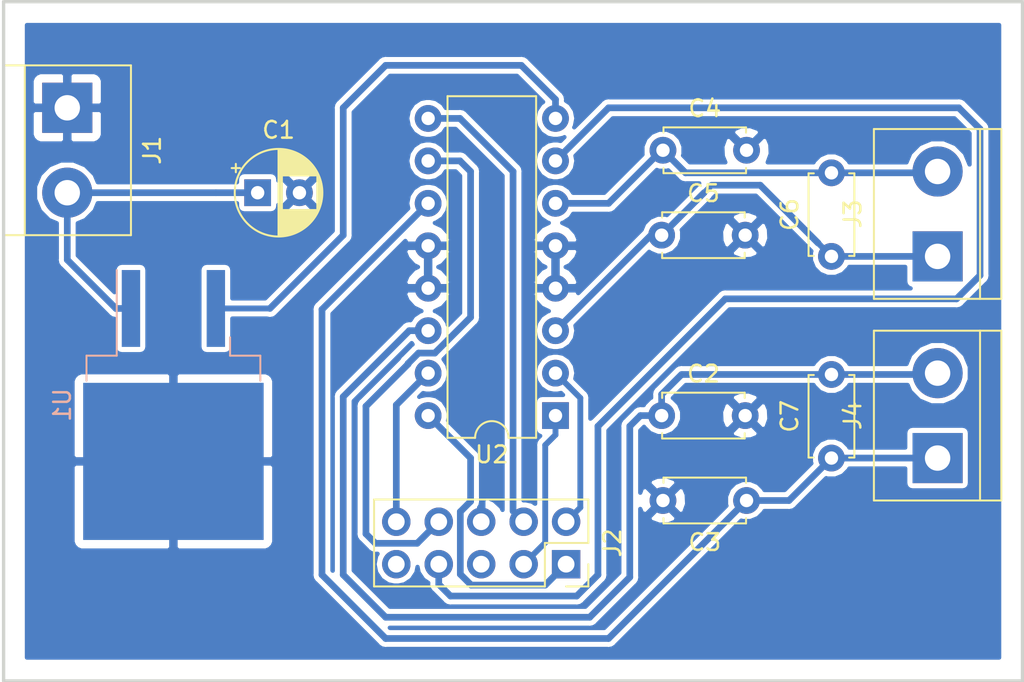
<source format=kicad_pcb>
(kicad_pcb (version 20171130) (host pcbnew "(5.0.1)-3")

  (general
    (thickness 1.6)
    (drawings 4)
    (tracks 98)
    (zones 0)
    (modules 13)
    (nets 17)
  )

  (page A4)
  (layers
    (0 F.Cu signal)
    (31 B.Cu signal)
    (32 B.Adhes user hide)
    (33 F.Adhes user hide)
    (34 B.Paste user hide)
    (35 F.Paste user hide)
    (36 B.SilkS user hide)
    (37 F.SilkS user hide)
    (38 B.Mask user hide)
    (39 F.Mask user hide)
    (40 Dwgs.User user hide)
    (41 Cmts.User user hide)
    (42 Eco1.User user hide)
    (43 Eco2.User user hide)
    (44 Edge.Cuts user)
    (45 Margin user hide)
    (46 B.CrtYd user hide)
    (47 F.CrtYd user hide)
    (48 B.Fab user hide)
    (49 F.Fab user hide)
  )

  (setup
    (last_trace_width 0.4)
    (trace_clearance 0.2)
    (zone_clearance 0.508)
    (zone_45_only no)
    (trace_min 0.2)
    (segment_width 0.2)
    (edge_width 0.2)
    (via_size 0.8)
    (via_drill 0.4)
    (via_min_size 0.4)
    (via_min_drill 0.3)
    (uvia_size 0.3)
    (uvia_drill 0.1)
    (uvias_allowed no)
    (uvia_min_size 0.2)
    (uvia_min_drill 0.1)
    (pcb_text_width 0.3)
    (pcb_text_size 1.5 1.5)
    (mod_edge_width 0.15)
    (mod_text_size 1 1)
    (mod_text_width 0.15)
    (pad_size 1.524 1.524)
    (pad_drill 0.762)
    (pad_to_mask_clearance 0.051)
    (solder_mask_min_width 0.25)
    (aux_axis_origin 0 0)
    (visible_elements 7FFFFFFF)
    (pcbplotparams
      (layerselection 0x010fc_ffffffff)
      (usegerberextensions false)
      (usegerberattributes false)
      (usegerberadvancedattributes false)
      (creategerberjobfile false)
      (excludeedgelayer true)
      (linewidth 0.100000)
      (plotframeref false)
      (viasonmask false)
      (mode 1)
      (useauxorigin false)
      (hpglpennumber 1)
      (hpglpenspeed 20)
      (hpglpendiameter 15.000000)
      (psnegative false)
      (psa4output false)
      (plotreference true)
      (plotvalue true)
      (plotinvisibletext false)
      (padsonsilk false)
      (subtractmaskfromsilk false)
      (outputformat 1)
      (mirror false)
      (drillshape 0)
      (scaleselection 1)
      (outputdirectory ""))
  )

  (net 0 "")
  (net 1 "Net-(C1-Pad1)")
  (net 2 GND)
  (net 3 OUT4)
  (net 4 OUT3)
  (net 5 OUT2)
  (net 6 OUT1)
  (net 7 +5V)
  (net 8 IN1)
  (net 9 PWM1)
  (net 10 PWM2)
  (net 11 "Net-(J2-Pad5)")
  (net 12 IN2)
  (net 13 IN3)
  (net 14 "Net-(J2-Pad9)")
  (net 15 IN4)
  (net 16 +12V)

  (net_class Default "Ceci est la Netclass par défaut."
    (clearance 0.2)
    (trace_width 0.4)
    (via_dia 0.8)
    (via_drill 0.4)
    (uvia_dia 0.3)
    (uvia_drill 0.1)
    (add_net +12V)
    (add_net +5V)
    (add_net GND)
    (add_net IN1)
    (add_net IN2)
    (add_net IN3)
    (add_net IN4)
    (add_net "Net-(C1-Pad1)")
    (add_net "Net-(J2-Pad5)")
    (add_net "Net-(J2-Pad9)")
    (add_net OUT1)
    (add_net OUT2)
    (add_net OUT3)
    (add_net OUT4)
    (add_net PWM1)
    (add_net PWM2)
  )

  (module Package_DIP:DIP-16_W7.62mm (layer F.Cu) (tedit 5A02E8C5) (tstamp 5BE2FD4D)
    (at 165.1 108.585 180)
    (descr "16-lead though-hole mounted DIP package, row spacing 7.62 mm (300 mils)")
    (tags "THT DIP DIL PDIP 2.54mm 7.62mm 300mil")
    (path /5BC0A098)
    (fp_text reference U2 (at 3.81 -2.33 180) (layer F.SilkS)
      (effects (font (size 1 1) (thickness 0.15)))
    )
    (fp_text value L293D (at 3.81 20.11 180) (layer F.Fab)
      (effects (font (size 1 1) (thickness 0.15)))
    )
    (fp_arc (start 3.81 -1.33) (end 2.81 -1.33) (angle -180) (layer F.SilkS) (width 0.12))
    (fp_line (start 1.635 -1.27) (end 6.985 -1.27) (layer F.Fab) (width 0.1))
    (fp_line (start 6.985 -1.27) (end 6.985 19.05) (layer F.Fab) (width 0.1))
    (fp_line (start 6.985 19.05) (end 0.635 19.05) (layer F.Fab) (width 0.1))
    (fp_line (start 0.635 19.05) (end 0.635 -0.27) (layer F.Fab) (width 0.1))
    (fp_line (start 0.635 -0.27) (end 1.635 -1.27) (layer F.Fab) (width 0.1))
    (fp_line (start 2.81 -1.33) (end 1.16 -1.33) (layer F.SilkS) (width 0.12))
    (fp_line (start 1.16 -1.33) (end 1.16 19.11) (layer F.SilkS) (width 0.12))
    (fp_line (start 1.16 19.11) (end 6.46 19.11) (layer F.SilkS) (width 0.12))
    (fp_line (start 6.46 19.11) (end 6.46 -1.33) (layer F.SilkS) (width 0.12))
    (fp_line (start 6.46 -1.33) (end 4.81 -1.33) (layer F.SilkS) (width 0.12))
    (fp_line (start -1.1 -1.55) (end -1.1 19.3) (layer F.CrtYd) (width 0.05))
    (fp_line (start -1.1 19.3) (end 8.7 19.3) (layer F.CrtYd) (width 0.05))
    (fp_line (start 8.7 19.3) (end 8.7 -1.55) (layer F.CrtYd) (width 0.05))
    (fp_line (start 8.7 -1.55) (end -1.1 -1.55) (layer F.CrtYd) (width 0.05))
    (fp_text user %R (at 3.81 8.89 180) (layer F.Fab)
      (effects (font (size 1 1) (thickness 0.15)))
    )
    (pad 1 thru_hole rect (at 0 0 180) (size 1.6 1.6) (drill 0.8) (layers *.Cu *.Mask)
      (net 9 PWM1))
    (pad 9 thru_hole oval (at 7.62 17.78 180) (size 1.6 1.6) (drill 0.8) (layers *.Cu *.Mask)
      (net 10 PWM2))
    (pad 2 thru_hole oval (at 0 2.54 180) (size 1.6 1.6) (drill 0.8) (layers *.Cu *.Mask)
      (net 8 IN1))
    (pad 10 thru_hole oval (at 7.62 15.24 180) (size 1.6 1.6) (drill 0.8) (layers *.Cu *.Mask)
      (net 13 IN3))
    (pad 3 thru_hole oval (at 0 5.08 180) (size 1.6 1.6) (drill 0.8) (layers *.Cu *.Mask)
      (net 6 OUT1))
    (pad 11 thru_hole oval (at 7.62 12.7 180) (size 1.6 1.6) (drill 0.8) (layers *.Cu *.Mask)
      (net 4 OUT3))
    (pad 4 thru_hole oval (at 0 7.62 180) (size 1.6 1.6) (drill 0.8) (layers *.Cu *.Mask)
      (net 2 GND))
    (pad 12 thru_hole oval (at 7.62 10.16 180) (size 1.6 1.6) (drill 0.8) (layers *.Cu *.Mask)
      (net 2 GND))
    (pad 5 thru_hole oval (at 0 10.16 180) (size 1.6 1.6) (drill 0.8) (layers *.Cu *.Mask)
      (net 2 GND))
    (pad 13 thru_hole oval (at 7.62 7.62 180) (size 1.6 1.6) (drill 0.8) (layers *.Cu *.Mask)
      (net 2 GND))
    (pad 6 thru_hole oval (at 0 12.7 180) (size 1.6 1.6) (drill 0.8) (layers *.Cu *.Mask)
      (net 5 OUT2))
    (pad 14 thru_hole oval (at 7.62 5.08 180) (size 1.6 1.6) (drill 0.8) (layers *.Cu *.Mask)
      (net 3 OUT4))
    (pad 7 thru_hole oval (at 0 15.24 180) (size 1.6 1.6) (drill 0.8) (layers *.Cu *.Mask)
      (net 12 IN2))
    (pad 15 thru_hole oval (at 7.62 2.54 180) (size 1.6 1.6) (drill 0.8) (layers *.Cu *.Mask)
      (net 15 IN4))
    (pad 8 thru_hole oval (at 0 17.78 180) (size 1.6 1.6) (drill 0.8) (layers *.Cu *.Mask)
      (net 16 +12V))
    (pad 16 thru_hole oval (at 7.62 0 180) (size 1.6 1.6) (drill 0.8) (layers *.Cu *.Mask)
      (net 7 +5V))
    (model ${KISYS3DMOD}/Package_DIP.3dshapes/DIP-16_W7.62mm.wrl
      (at (xyz 0 0 0))
      (scale (xyz 1 1 1))
      (rotate (xyz 0 0 0))
    )
  )

  (module TerminalBlock:TerminalBlock_bornier-2_P5.08mm (layer F.Cu) (tedit 59FF03AB) (tstamp 5BE2FCF0)
    (at 187.96 99.06 90)
    (descr "simple 2-pin terminal block, pitch 5.08mm, revamped version of bornier2")
    (tags "terminal block bornier2")
    (path /5BC0C6CA)
    (fp_text reference J3 (at 2.54 -5.08 90) (layer F.SilkS)
      (effects (font (size 1 1) (thickness 0.15)))
    )
    (fp_text value OUTPUT_M1 (at 2.54 5.08 90) (layer F.Fab)
      (effects (font (size 1 1) (thickness 0.15)))
    )
    (fp_text user %R (at 2.54 0 90) (layer F.Fab)
      (effects (font (size 1 1) (thickness 0.15)))
    )
    (fp_line (start -2.41 2.55) (end 7.49 2.55) (layer F.Fab) (width 0.1))
    (fp_line (start -2.46 -3.75) (end -2.46 3.75) (layer F.Fab) (width 0.1))
    (fp_line (start -2.46 3.75) (end 7.54 3.75) (layer F.Fab) (width 0.1))
    (fp_line (start 7.54 3.75) (end 7.54 -3.75) (layer F.Fab) (width 0.1))
    (fp_line (start 7.54 -3.75) (end -2.46 -3.75) (layer F.Fab) (width 0.1))
    (fp_line (start 7.62 2.54) (end -2.54 2.54) (layer F.SilkS) (width 0.12))
    (fp_line (start 7.62 3.81) (end 7.62 -3.81) (layer F.SilkS) (width 0.12))
    (fp_line (start 7.62 -3.81) (end -2.54 -3.81) (layer F.SilkS) (width 0.12))
    (fp_line (start -2.54 -3.81) (end -2.54 3.81) (layer F.SilkS) (width 0.12))
    (fp_line (start -2.54 3.81) (end 7.62 3.81) (layer F.SilkS) (width 0.12))
    (fp_line (start -2.71 -4) (end 7.79 -4) (layer F.CrtYd) (width 0.05))
    (fp_line (start -2.71 -4) (end -2.71 4) (layer F.CrtYd) (width 0.05))
    (fp_line (start 7.79 4) (end 7.79 -4) (layer F.CrtYd) (width 0.05))
    (fp_line (start 7.79 4) (end -2.71 4) (layer F.CrtYd) (width 0.05))
    (pad 1 thru_hole rect (at 0 0 90) (size 3 3) (drill 1.52) (layers *.Cu *.Mask)
      (net 6 OUT1))
    (pad 2 thru_hole circle (at 5.08 0 90) (size 3 3) (drill 1.52) (layers *.Cu *.Mask)
      (net 5 OUT2))
    (model ${KISYS3DMOD}/TerminalBlock.3dshapes/TerminalBlock_bornier-2_P5.08mm.wrl
      (offset (xyz 2.539999961853027 0 0))
      (scale (xyz 1 1 1))
      (rotate (xyz 0 0 0))
    )
  )

  (module Connector_PinSocket_2.54mm:PinSocket_2x05_P2.54mm_Vertical (layer F.Cu) (tedit 5A19A42B) (tstamp 5BE2FCDB)
    (at 165.735 117.475 270)
    (descr "Through hole straight socket strip, 2x05, 2.54mm pitch, double cols (from Kicad 4.0.7), script generated")
    (tags "Through hole socket strip THT 2x05 2.54mm double row")
    (path /5BC0994A)
    (fp_text reference J2 (at -1.27 -2.77 270) (layer F.SilkS)
      (effects (font (size 1 1) (thickness 0.15)))
    )
    (fp_text value "Connect 2x5 to uC" (at -1.27 12.93 270) (layer F.Fab)
      (effects (font (size 1 1) (thickness 0.15)))
    )
    (fp_text user %R (at -1.27 5.08) (layer F.Fab)
      (effects (font (size 1 1) (thickness 0.15)))
    )
    (fp_line (start -4.34 11.9) (end -4.34 -1.8) (layer F.CrtYd) (width 0.05))
    (fp_line (start 1.76 11.9) (end -4.34 11.9) (layer F.CrtYd) (width 0.05))
    (fp_line (start 1.76 -1.8) (end 1.76 11.9) (layer F.CrtYd) (width 0.05))
    (fp_line (start -4.34 -1.8) (end 1.76 -1.8) (layer F.CrtYd) (width 0.05))
    (fp_line (start 0 -1.33) (end 1.33 -1.33) (layer F.SilkS) (width 0.12))
    (fp_line (start 1.33 -1.33) (end 1.33 0) (layer F.SilkS) (width 0.12))
    (fp_line (start -1.27 -1.33) (end -1.27 1.27) (layer F.SilkS) (width 0.12))
    (fp_line (start -1.27 1.27) (end 1.33 1.27) (layer F.SilkS) (width 0.12))
    (fp_line (start 1.33 1.27) (end 1.33 11.49) (layer F.SilkS) (width 0.12))
    (fp_line (start -3.87 11.49) (end 1.33 11.49) (layer F.SilkS) (width 0.12))
    (fp_line (start -3.87 -1.33) (end -3.87 11.49) (layer F.SilkS) (width 0.12))
    (fp_line (start -3.87 -1.33) (end -1.27 -1.33) (layer F.SilkS) (width 0.12))
    (fp_line (start -3.81 11.43) (end -3.81 -1.27) (layer F.Fab) (width 0.1))
    (fp_line (start 1.27 11.43) (end -3.81 11.43) (layer F.Fab) (width 0.1))
    (fp_line (start 1.27 -0.27) (end 1.27 11.43) (layer F.Fab) (width 0.1))
    (fp_line (start 0.27 -1.27) (end 1.27 -0.27) (layer F.Fab) (width 0.1))
    (fp_line (start -3.81 -1.27) (end 0.27 -1.27) (layer F.Fab) (width 0.1))
    (pad 10 thru_hole oval (at -2.54 10.16 270) (size 1.7 1.7) (drill 1) (layers *.Cu *.Mask)
      (net 15 IN4))
    (pad 9 thru_hole oval (at 0 10.16 270) (size 1.7 1.7) (drill 1) (layers *.Cu *.Mask)
      (net 14 "Net-(J2-Pad9)"))
    (pad 8 thru_hole oval (at -2.54 7.62 270) (size 1.7 1.7) (drill 1) (layers *.Cu *.Mask)
      (net 13 IN3))
    (pad 7 thru_hole oval (at 0 7.62 270) (size 1.7 1.7) (drill 1) (layers *.Cu *.Mask)
      (net 12 IN2))
    (pad 6 thru_hole oval (at -2.54 5.08 270) (size 1.7 1.7) (drill 1) (layers *.Cu *.Mask)
      (net 2 GND))
    (pad 5 thru_hole oval (at 0 5.08 270) (size 1.7 1.7) (drill 1) (layers *.Cu *.Mask)
      (net 11 "Net-(J2-Pad5)"))
    (pad 4 thru_hole oval (at -2.54 2.54 270) (size 1.7 1.7) (drill 1) (layers *.Cu *.Mask)
      (net 10 PWM2))
    (pad 3 thru_hole oval (at 0 2.54 270) (size 1.7 1.7) (drill 1) (layers *.Cu *.Mask)
      (net 9 PWM1))
    (pad 2 thru_hole oval (at -2.54 0 270) (size 1.7 1.7) (drill 1) (layers *.Cu *.Mask)
      (net 8 IN1))
    (pad 1 thru_hole rect (at 0 0 270) (size 1.7 1.7) (drill 1) (layers *.Cu *.Mask)
      (net 7 +5V))
    (model ${KISYS3DMOD}/Connector_PinSocket_2.54mm.3dshapes/PinSocket_2x05_P2.54mm_Vertical.wrl
      (at (xyz 0 0 0))
      (scale (xyz 1 1 1))
      (rotate (xyz 0 0 0))
    )
  )

  (module Capacitor_THT:CP_Radial_D5.0mm_P2.50mm (layer F.Cu) (tedit 5BF5506B) (tstamp 5BE2FC28)
    (at 147.28 95.25)
    (descr "CP, Radial series, Radial, pin pitch=2.50mm, , diameter=5mm, Electrolytic Capacitor")
    (tags "CP Radial series Radial pin pitch 2.50mm  diameter 5mm Electrolytic Capacitor")
    (path /5BC1EEFC)
    (fp_text reference C1 (at 1.25 -3.75) (layer F.SilkS)
      (effects (font (size 1 1) (thickness 0.15)))
    )
    (fp_text value 47uF (at 1.25 3.75) (layer F.Fab)
      (effects (font (size 1 1) (thickness 0.15)))
    )
    (fp_circle (center 1.25 0) (end 3.75 0) (layer F.Fab) (width 0.1))
    (fp_circle (center 1.25 0) (end 3.87 0) (layer F.SilkS) (width 0.12))
    (fp_circle (center 1.25 0) (end 4 0) (layer F.CrtYd) (width 0.05))
    (fp_line (start -0.883605 -1.0875) (end -0.383605 -1.0875) (layer F.Fab) (width 0.1))
    (fp_line (start -0.633605 -1.3375) (end -0.633605 -0.8375) (layer F.Fab) (width 0.1))
    (fp_line (start 1.25 -2.58) (end 1.25 2.58) (layer F.SilkS) (width 0.12))
    (fp_line (start 1.29 -2.58) (end 1.29 2.58) (layer F.SilkS) (width 0.12))
    (fp_line (start 1.33 -2.579) (end 1.33 2.579) (layer F.SilkS) (width 0.12))
    (fp_line (start 1.37 -2.578) (end 1.37 2.578) (layer F.SilkS) (width 0.12))
    (fp_line (start 1.41 -2.576) (end 1.41 2.576) (layer F.SilkS) (width 0.12))
    (fp_line (start 1.45 -2.573) (end 1.45 2.573) (layer F.SilkS) (width 0.12))
    (fp_line (start 1.49 -2.569) (end 1.49 -1.04) (layer F.SilkS) (width 0.12))
    (fp_line (start 1.49 1.04) (end 1.49 2.569) (layer F.SilkS) (width 0.12))
    (fp_line (start 1.53 -2.565) (end 1.53 -1.04) (layer F.SilkS) (width 0.12))
    (fp_line (start 1.53 1.04) (end 1.53 2.565) (layer F.SilkS) (width 0.12))
    (fp_line (start 1.57 -2.561) (end 1.57 -1.04) (layer F.SilkS) (width 0.12))
    (fp_line (start 1.57 1.04) (end 1.57 2.561) (layer F.SilkS) (width 0.12))
    (fp_line (start 1.61 -2.556) (end 1.61 -1.04) (layer F.SilkS) (width 0.12))
    (fp_line (start 1.61 1.04) (end 1.61 2.556) (layer F.SilkS) (width 0.12))
    (fp_line (start 1.65 -2.55) (end 1.65 -1.04) (layer F.SilkS) (width 0.12))
    (fp_line (start 1.65 1.04) (end 1.65 2.55) (layer F.SilkS) (width 0.12))
    (fp_line (start 1.69 -2.543) (end 1.69 -1.04) (layer F.SilkS) (width 0.12))
    (fp_line (start 1.69 1.04) (end 1.69 2.543) (layer F.SilkS) (width 0.12))
    (fp_line (start 1.73 -2.536) (end 1.73 -1.04) (layer F.SilkS) (width 0.12))
    (fp_line (start 1.73 1.04) (end 1.73 2.536) (layer F.SilkS) (width 0.12))
    (fp_line (start 1.77 -2.528) (end 1.77 -1.04) (layer F.SilkS) (width 0.12))
    (fp_line (start 1.77 1.04) (end 1.77 2.528) (layer F.SilkS) (width 0.12))
    (fp_line (start 1.81 -2.52) (end 1.81 -1.04) (layer F.SilkS) (width 0.12))
    (fp_line (start 1.81 1.04) (end 1.81 2.52) (layer F.SilkS) (width 0.12))
    (fp_line (start 1.85 -2.511) (end 1.85 -1.04) (layer F.SilkS) (width 0.12))
    (fp_line (start 1.85 1.04) (end 1.85 2.511) (layer F.SilkS) (width 0.12))
    (fp_line (start 1.89 -2.501) (end 1.89 -1.04) (layer F.SilkS) (width 0.12))
    (fp_line (start 1.89 1.04) (end 1.89 2.501) (layer F.SilkS) (width 0.12))
    (fp_line (start 1.93 -2.491) (end 1.93 -1.04) (layer F.SilkS) (width 0.12))
    (fp_line (start 1.93 1.04) (end 1.93 2.491) (layer F.SilkS) (width 0.12))
    (fp_line (start 1.971 -2.48) (end 1.971 -1.04) (layer F.SilkS) (width 0.12))
    (fp_line (start 1.971 1.04) (end 1.971 2.48) (layer F.SilkS) (width 0.12))
    (fp_line (start 2.011 -2.468) (end 2.011 -1.04) (layer F.SilkS) (width 0.12))
    (fp_line (start 2.011 1.04) (end 2.011 2.468) (layer F.SilkS) (width 0.12))
    (fp_line (start 2.051 -2.455) (end 2.051 -1.04) (layer F.SilkS) (width 0.12))
    (fp_line (start 2.051 1.04) (end 2.051 2.455) (layer F.SilkS) (width 0.12))
    (fp_line (start 2.091 -2.442) (end 2.091 -1.04) (layer F.SilkS) (width 0.12))
    (fp_line (start 2.091 1.04) (end 2.091 2.442) (layer F.SilkS) (width 0.12))
    (fp_line (start 2.131 -2.428) (end 2.131 -1.04) (layer F.SilkS) (width 0.12))
    (fp_line (start 2.131 1.04) (end 2.131 2.428) (layer F.SilkS) (width 0.12))
    (fp_line (start 2.171 -2.414) (end 2.171 -1.04) (layer F.SilkS) (width 0.12))
    (fp_line (start 2.171 1.04) (end 2.171 2.414) (layer F.SilkS) (width 0.12))
    (fp_line (start 2.211 -2.398) (end 2.211 -1.04) (layer F.SilkS) (width 0.12))
    (fp_line (start 2.211 1.04) (end 2.211 2.398) (layer F.SilkS) (width 0.12))
    (fp_line (start 2.251 -2.382) (end 2.251 -1.04) (layer F.SilkS) (width 0.12))
    (fp_line (start 2.251 1.04) (end 2.251 2.382) (layer F.SilkS) (width 0.12))
    (fp_line (start 2.291 -2.365) (end 2.291 -1.04) (layer F.SilkS) (width 0.12))
    (fp_line (start 2.291 1.04) (end 2.291 2.365) (layer F.SilkS) (width 0.12))
    (fp_line (start 2.331 -2.348) (end 2.331 -1.04) (layer F.SilkS) (width 0.12))
    (fp_line (start 2.331 1.04) (end 2.331 2.348) (layer F.SilkS) (width 0.12))
    (fp_line (start 2.371 -2.329) (end 2.371 -1.04) (layer F.SilkS) (width 0.12))
    (fp_line (start 2.371 1.04) (end 2.371 2.329) (layer F.SilkS) (width 0.12))
    (fp_line (start 2.411 -2.31) (end 2.411 -1.04) (layer F.SilkS) (width 0.12))
    (fp_line (start 2.411 1.04) (end 2.411 2.31) (layer F.SilkS) (width 0.12))
    (fp_line (start 2.451 -2.29) (end 2.451 -1.04) (layer F.SilkS) (width 0.12))
    (fp_line (start 2.451 1.04) (end 2.451 2.29) (layer F.SilkS) (width 0.12))
    (fp_line (start 2.491 -2.268) (end 2.491 -1.04) (layer F.SilkS) (width 0.12))
    (fp_line (start 2.491 1.04) (end 2.491 2.268) (layer F.SilkS) (width 0.12))
    (fp_line (start 2.531 -2.247) (end 2.531 -1.04) (layer F.SilkS) (width 0.12))
    (fp_line (start 2.531 1.04) (end 2.531 2.247) (layer F.SilkS) (width 0.12))
    (fp_line (start 2.571 -2.224) (end 2.571 -1.04) (layer F.SilkS) (width 0.12))
    (fp_line (start 2.571 1.04) (end 2.571 2.224) (layer F.SilkS) (width 0.12))
    (fp_line (start 2.611 -2.2) (end 2.611 -1.04) (layer F.SilkS) (width 0.12))
    (fp_line (start 2.611 1.04) (end 2.611 2.2) (layer F.SilkS) (width 0.12))
    (fp_line (start 2.651 -2.175) (end 2.651 -1.04) (layer F.SilkS) (width 0.12))
    (fp_line (start 2.651 1.04) (end 2.651 2.175) (layer F.SilkS) (width 0.12))
    (fp_line (start 2.691 -2.149) (end 2.691 -1.04) (layer F.SilkS) (width 0.12))
    (fp_line (start 2.691 1.04) (end 2.691 2.149) (layer F.SilkS) (width 0.12))
    (fp_line (start 2.731 -2.122) (end 2.731 -1.04) (layer F.SilkS) (width 0.12))
    (fp_line (start 2.731 1.04) (end 2.731 2.122) (layer F.SilkS) (width 0.12))
    (fp_line (start 2.771 -2.095) (end 2.771 -1.04) (layer F.SilkS) (width 0.12))
    (fp_line (start 2.771 1.04) (end 2.771 2.095) (layer F.SilkS) (width 0.12))
    (fp_line (start 2.811 -2.065) (end 2.811 -1.04) (layer F.SilkS) (width 0.12))
    (fp_line (start 2.811 1.04) (end 2.811 2.065) (layer F.SilkS) (width 0.12))
    (fp_line (start 2.851 -2.035) (end 2.851 -1.04) (layer F.SilkS) (width 0.12))
    (fp_line (start 2.851 1.04) (end 2.851 2.035) (layer F.SilkS) (width 0.12))
    (fp_line (start 2.891 -2.004) (end 2.891 -1.04) (layer F.SilkS) (width 0.12))
    (fp_line (start 2.891 1.04) (end 2.891 2.004) (layer F.SilkS) (width 0.12))
    (fp_line (start 2.931 -1.971) (end 2.931 -1.04) (layer F.SilkS) (width 0.12))
    (fp_line (start 2.931 1.04) (end 2.931 1.971) (layer F.SilkS) (width 0.12))
    (fp_line (start 2.971 -1.937) (end 2.971 -1.04) (layer F.SilkS) (width 0.12))
    (fp_line (start 2.971 1.04) (end 2.971 1.937) (layer F.SilkS) (width 0.12))
    (fp_line (start 3.011 -1.901) (end 3.011 -1.04) (layer F.SilkS) (width 0.12))
    (fp_line (start 3.011 1.04) (end 3.011 1.901) (layer F.SilkS) (width 0.12))
    (fp_line (start 3.051 -1.864) (end 3.051 -1.04) (layer F.SilkS) (width 0.12))
    (fp_line (start 3.051 1.04) (end 3.051 1.864) (layer F.SilkS) (width 0.12))
    (fp_line (start 3.091 -1.826) (end 3.091 -1.04) (layer F.SilkS) (width 0.12))
    (fp_line (start 3.091 1.04) (end 3.091 1.826) (layer F.SilkS) (width 0.12))
    (fp_line (start 3.131 -1.785) (end 3.131 -1.04) (layer F.SilkS) (width 0.12))
    (fp_line (start 3.131 1.04) (end 3.131 1.785) (layer F.SilkS) (width 0.12))
    (fp_line (start 3.171 -1.743) (end 3.171 -1.04) (layer F.SilkS) (width 0.12))
    (fp_line (start 3.171 1.04) (end 3.171 1.743) (layer F.SilkS) (width 0.12))
    (fp_line (start 3.211 -1.699) (end 3.211 -1.04) (layer F.SilkS) (width 0.12))
    (fp_line (start 3.211 1.04) (end 3.211 1.699) (layer F.SilkS) (width 0.12))
    (fp_line (start 3.251 -1.653) (end 3.251 -1.04) (layer F.SilkS) (width 0.12))
    (fp_line (start 3.251 1.04) (end 3.251 1.653) (layer F.SilkS) (width 0.12))
    (fp_line (start 3.291 -1.605) (end 3.291 -1.04) (layer F.SilkS) (width 0.12))
    (fp_line (start 3.291 1.04) (end 3.291 1.605) (layer F.SilkS) (width 0.12))
    (fp_line (start 3.331 -1.554) (end 3.331 -1.04) (layer F.SilkS) (width 0.12))
    (fp_line (start 3.331 1.04) (end 3.331 1.554) (layer F.SilkS) (width 0.12))
    (fp_line (start 3.371 -1.5) (end 3.371 -1.04) (layer F.SilkS) (width 0.12))
    (fp_line (start 3.371 1.04) (end 3.371 1.5) (layer F.SilkS) (width 0.12))
    (fp_line (start 3.411 -1.443) (end 3.411 -1.04) (layer F.SilkS) (width 0.12))
    (fp_line (start 3.411 1.04) (end 3.411 1.443) (layer F.SilkS) (width 0.12))
    (fp_line (start 3.451 -1.383) (end 3.451 -1.04) (layer F.SilkS) (width 0.12))
    (fp_line (start 3.451 1.04) (end 3.451 1.383) (layer F.SilkS) (width 0.12))
    (fp_line (start 3.491 -1.319) (end 3.491 -1.04) (layer F.SilkS) (width 0.12))
    (fp_line (start 3.491 1.04) (end 3.491 1.319) (layer F.SilkS) (width 0.12))
    (fp_line (start 3.531 -1.251) (end 3.531 -1.04) (layer F.SilkS) (width 0.12))
    (fp_line (start 3.531 1.04) (end 3.531 1.251) (layer F.SilkS) (width 0.12))
    (fp_line (start 3.571 -1.178) (end 3.571 1.178) (layer F.SilkS) (width 0.12))
    (fp_line (start 3.611 -1.098) (end 3.611 1.098) (layer F.SilkS) (width 0.12))
    (fp_line (start 3.651 -1.011) (end 3.651 1.011) (layer F.SilkS) (width 0.12))
    (fp_line (start 3.691 -0.915) (end 3.691 0.915) (layer F.SilkS) (width 0.12))
    (fp_line (start 3.731 -0.805) (end 3.731 0.805) (layer F.SilkS) (width 0.12))
    (fp_line (start 3.771 -0.677) (end 3.771 0.677) (layer F.SilkS) (width 0.12))
    (fp_line (start 3.811 -0.518) (end 3.811 0.518) (layer F.SilkS) (width 0.12))
    (fp_line (start 3.851 -0.284) (end 3.851 0.284) (layer F.SilkS) (width 0.12))
    (fp_line (start -1.554775 -1.475) (end -1.054775 -1.475) (layer F.SilkS) (width 0.12))
    (fp_line (start -1.304775 -1.725) (end -1.304775 -1.225) (layer F.SilkS) (width 0.12))
    (fp_text user %R (at 1.25 0) (layer F.Fab)
      (effects (font (size 1 1) (thickness 0.15)))
    )
    (pad 1 thru_hole rect (at 0 0) (size 1.6 1.6) (drill 0.8) (layers *.Cu *.Mask)
      (net 1 "Net-(C1-Pad1)"))
    (pad 2 thru_hole circle (at 2.5 0) (size 1.6 1.6) (drill 0.8) (layers *.Cu *.Mask)
      (net 2 GND))
    (model ${KISYS3DMOD}/Capacitor_THT.3dshapes/CP_Radial_D5.0mm_P2.50mm.wrl
      (at (xyz 0 0 0))
      (scale (xyz 1 1 1))
      (rotate (xyz 0 0 0))
    )
  )

  (module TerminalBlock:TerminalBlock_bornier-2_P5.08mm (layer F.Cu) (tedit 59FF03AB) (tstamp 5BE2FCBB)
    (at 135.89 90.17 270)
    (descr "simple 2-pin terminal block, pitch 5.08mm, revamped version of bornier2")
    (tags "terminal block bornier2")
    (path /5BC1B720)
    (fp_text reference J1 (at 2.54 -5.08 270) (layer F.SilkS)
      (effects (font (size 1 1) (thickness 0.15)))
    )
    (fp_text value POWER_12V (at 2.54 5.08 270) (layer F.Fab)
      (effects (font (size 1 1) (thickness 0.15)))
    )
    (fp_text user %R (at 2.54 0 270) (layer F.Fab)
      (effects (font (size 1 1) (thickness 0.15)))
    )
    (fp_line (start -2.41 2.55) (end 7.49 2.55) (layer F.Fab) (width 0.1))
    (fp_line (start -2.46 -3.75) (end -2.46 3.75) (layer F.Fab) (width 0.1))
    (fp_line (start -2.46 3.75) (end 7.54 3.75) (layer F.Fab) (width 0.1))
    (fp_line (start 7.54 3.75) (end 7.54 -3.75) (layer F.Fab) (width 0.1))
    (fp_line (start 7.54 -3.75) (end -2.46 -3.75) (layer F.Fab) (width 0.1))
    (fp_line (start 7.62 2.54) (end -2.54 2.54) (layer F.SilkS) (width 0.12))
    (fp_line (start 7.62 3.81) (end 7.62 -3.81) (layer F.SilkS) (width 0.12))
    (fp_line (start 7.62 -3.81) (end -2.54 -3.81) (layer F.SilkS) (width 0.12))
    (fp_line (start -2.54 -3.81) (end -2.54 3.81) (layer F.SilkS) (width 0.12))
    (fp_line (start -2.54 3.81) (end 7.62 3.81) (layer F.SilkS) (width 0.12))
    (fp_line (start -2.71 -4) (end 7.79 -4) (layer F.CrtYd) (width 0.05))
    (fp_line (start -2.71 -4) (end -2.71 4) (layer F.CrtYd) (width 0.05))
    (fp_line (start 7.79 4) (end 7.79 -4) (layer F.CrtYd) (width 0.05))
    (fp_line (start 7.79 4) (end -2.71 4) (layer F.CrtYd) (width 0.05))
    (pad 1 thru_hole rect (at 0 0 270) (size 3 3) (drill 1.52) (layers *.Cu *.Mask)
      (net 2 GND))
    (pad 2 thru_hole circle (at 5.08 0 270) (size 3 3) (drill 1.52) (layers *.Cu *.Mask)
      (net 1 "Net-(C1-Pad1)"))
    (model ${KISYS3DMOD}/TerminalBlock.3dshapes/TerminalBlock_bornier-2_P5.08mm.wrl
      (offset (xyz 2.539999961853027 0 0))
      (scale (xyz 1 1 1))
      (rotate (xyz 0 0 0))
    )
  )

  (module Capacitor_THT:C_Disc_D4.7mm_W2.5mm_P5.00mm (layer F.Cu) (tedit 5C078F0B) (tstamp 5BE2FC3D)
    (at 171.45 108.585)
    (descr "C, Disc series, Radial, pin pitch=5.00mm, , diameter*width=4.7*2.5mm^2, Capacitor, http://www.vishay.com/docs/45233/krseries.pdf")
    (tags "C Disc series Radial pin pitch 5.00mm  diameter 4.7mm width 2.5mm Capacitor")
    (path /5BC3060C)
    (fp_text reference C2 (at 2.5 -2.5) (layer F.SilkS)
      (effects (font (size 1 1) (thickness 0.15)))
    )
    (fp_text value 220nF (at 2.5 2.5) (layer F.Fab)
      (effects (font (size 1 1) (thickness 0.15)))
    )
    (fp_text user %R (at 2.5 0) (layer F.Fab)
      (effects (font (size 0.94 0.94) (thickness 0.141)))
    )
    (fp_line (start 6.05 -1.5) (end -1.05 -1.5) (layer F.CrtYd) (width 0.05))
    (fp_line (start 6.05 1.5) (end 6.05 -1.5) (layer F.CrtYd) (width 0.05))
    (fp_line (start -1.05 1.5) (end 6.05 1.5) (layer F.CrtYd) (width 0.05))
    (fp_line (start -1.05 -1.5) (end -1.05 1.5) (layer F.CrtYd) (width 0.05))
    (fp_line (start 4.97 1.055) (end 4.97 1.37) (layer F.SilkS) (width 0.12))
    (fp_line (start 4.97 -1.37) (end 4.97 -1.055) (layer F.SilkS) (width 0.12))
    (fp_line (start 0.03 1.055) (end 0.03 1.37) (layer F.SilkS) (width 0.12))
    (fp_line (start 0.03 -1.37) (end 0.03 -1.055) (layer F.SilkS) (width 0.12))
    (fp_line (start 0.03 1.37) (end 4.97 1.37) (layer F.SilkS) (width 0.12))
    (fp_line (start 0.03 -1.37) (end 4.97 -1.37) (layer F.SilkS) (width 0.12))
    (fp_line (start 4.85 -1.25) (end 0.15 -1.25) (layer F.Fab) (width 0.1))
    (fp_line (start 4.85 1.25) (end 4.85 -1.25) (layer F.Fab) (width 0.1))
    (fp_line (start 0.15 1.25) (end 4.85 1.25) (layer F.Fab) (width 0.1))
    (fp_line (start 0.15 -1.25) (end 0.15 1.25) (layer F.Fab) (width 0.1))
    (pad 2 thru_hole circle (at 5 0) (size 1.6 1.6) (drill 0.8) (layers *.Cu *.Mask)
      (net 2 GND))
    (pad 1 thru_hole circle (at 0 0) (size 1.6 1.6) (drill 0.8) (layers *.Cu *.Mask)
      (net 3 OUT4))
    (model ${KISYS3DMOD}/Capacitor_THT.3dshapes/C_Disc_D4.7mm_W2.5mm_P5.00mm.wrl
      (at (xyz 0 0 0))
      (scale (xyz 1 1 1))
      (rotate (xyz 0 0 0))
    )
  )

  (module Capacitor_THT:C_Disc_D4.7mm_W2.5mm_P5.00mm (layer F.Cu) (tedit 5AE50EF0) (tstamp 5BE2FC52)
    (at 176.53 113.665 180)
    (descr "C, Disc series, Radial, pin pitch=5.00mm, , diameter*width=4.7*2.5mm^2, Capacitor, http://www.vishay.com/docs/45233/krseries.pdf")
    (tags "C Disc series Radial pin pitch 5.00mm  diameter 4.7mm width 2.5mm Capacitor")
    (path /5BC305CC)
    (fp_text reference C3 (at 2.5 -2.5 180) (layer F.SilkS)
      (effects (font (size 1 1) (thickness 0.15)))
    )
    (fp_text value 220nF (at 2.5 2.5 180) (layer F.Fab)
      (effects (font (size 1 1) (thickness 0.15)))
    )
    (fp_line (start 0.15 -1.25) (end 0.15 1.25) (layer F.Fab) (width 0.1))
    (fp_line (start 0.15 1.25) (end 4.85 1.25) (layer F.Fab) (width 0.1))
    (fp_line (start 4.85 1.25) (end 4.85 -1.25) (layer F.Fab) (width 0.1))
    (fp_line (start 4.85 -1.25) (end 0.15 -1.25) (layer F.Fab) (width 0.1))
    (fp_line (start 0.03 -1.37) (end 4.97 -1.37) (layer F.SilkS) (width 0.12))
    (fp_line (start 0.03 1.37) (end 4.97 1.37) (layer F.SilkS) (width 0.12))
    (fp_line (start 0.03 -1.37) (end 0.03 -1.055) (layer F.SilkS) (width 0.12))
    (fp_line (start 0.03 1.055) (end 0.03 1.37) (layer F.SilkS) (width 0.12))
    (fp_line (start 4.97 -1.37) (end 4.97 -1.055) (layer F.SilkS) (width 0.12))
    (fp_line (start 4.97 1.055) (end 4.97 1.37) (layer F.SilkS) (width 0.12))
    (fp_line (start -1.05 -1.5) (end -1.05 1.5) (layer F.CrtYd) (width 0.05))
    (fp_line (start -1.05 1.5) (end 6.05 1.5) (layer F.CrtYd) (width 0.05))
    (fp_line (start 6.05 1.5) (end 6.05 -1.5) (layer F.CrtYd) (width 0.05))
    (fp_line (start 6.05 -1.5) (end -1.05 -1.5) (layer F.CrtYd) (width 0.05))
    (fp_text user %R (at 2.5 0 180) (layer F.Fab)
      (effects (font (size 0.94 0.94) (thickness 0.141)))
    )
    (pad 1 thru_hole circle (at 0 0 180) (size 1.6 1.6) (drill 0.8) (layers *.Cu *.Mask)
      (net 4 OUT3))
    (pad 2 thru_hole circle (at 5 0 180) (size 1.6 1.6) (drill 0.8) (layers *.Cu *.Mask)
      (net 2 GND))
    (model ${KISYS3DMOD}/Capacitor_THT.3dshapes/C_Disc_D4.7mm_W2.5mm_P5.00mm.wrl
      (at (xyz 0 0 0))
      (scale (xyz 1 1 1))
      (rotate (xyz 0 0 0))
    )
  )

  (module Capacitor_THT:C_Disc_D4.7mm_W2.5mm_P5.00mm (layer F.Cu) (tedit 5AE50EF0) (tstamp 5BE2FC67)
    (at 171.53 92.71)
    (descr "C, Disc series, Radial, pin pitch=5.00mm, , diameter*width=4.7*2.5mm^2, Capacitor, http://www.vishay.com/docs/45233/krseries.pdf")
    (tags "C Disc series Radial pin pitch 5.00mm  diameter 4.7mm width 2.5mm Capacitor")
    (path /5BC305A0)
    (fp_text reference C4 (at 2.5 -2.5) (layer F.SilkS)
      (effects (font (size 1 1) (thickness 0.15)))
    )
    (fp_text value 220nF (at 2.5 2.5) (layer F.Fab)
      (effects (font (size 1 1) (thickness 0.15)))
    )
    (fp_text user %R (at 2.5 0) (layer F.Fab)
      (effects (font (size 0.94 0.94) (thickness 0.141)))
    )
    (fp_line (start 6.05 -1.5) (end -1.05 -1.5) (layer F.CrtYd) (width 0.05))
    (fp_line (start 6.05 1.5) (end 6.05 -1.5) (layer F.CrtYd) (width 0.05))
    (fp_line (start -1.05 1.5) (end 6.05 1.5) (layer F.CrtYd) (width 0.05))
    (fp_line (start -1.05 -1.5) (end -1.05 1.5) (layer F.CrtYd) (width 0.05))
    (fp_line (start 4.97 1.055) (end 4.97 1.37) (layer F.SilkS) (width 0.12))
    (fp_line (start 4.97 -1.37) (end 4.97 -1.055) (layer F.SilkS) (width 0.12))
    (fp_line (start 0.03 1.055) (end 0.03 1.37) (layer F.SilkS) (width 0.12))
    (fp_line (start 0.03 -1.37) (end 0.03 -1.055) (layer F.SilkS) (width 0.12))
    (fp_line (start 0.03 1.37) (end 4.97 1.37) (layer F.SilkS) (width 0.12))
    (fp_line (start 0.03 -1.37) (end 4.97 -1.37) (layer F.SilkS) (width 0.12))
    (fp_line (start 4.85 -1.25) (end 0.15 -1.25) (layer F.Fab) (width 0.1))
    (fp_line (start 4.85 1.25) (end 4.85 -1.25) (layer F.Fab) (width 0.1))
    (fp_line (start 0.15 1.25) (end 4.85 1.25) (layer F.Fab) (width 0.1))
    (fp_line (start 0.15 -1.25) (end 0.15 1.25) (layer F.Fab) (width 0.1))
    (pad 2 thru_hole circle (at 5 0) (size 1.6 1.6) (drill 0.8) (layers *.Cu *.Mask)
      (net 2 GND))
    (pad 1 thru_hole circle (at 0 0) (size 1.6 1.6) (drill 0.8) (layers *.Cu *.Mask)
      (net 5 OUT2))
    (model ${KISYS3DMOD}/Capacitor_THT.3dshapes/C_Disc_D4.7mm_W2.5mm_P5.00mm.wrl
      (at (xyz 0 0 0))
      (scale (xyz 1 1 1))
      (rotate (xyz 0 0 0))
    )
  )

  (module Capacitor_THT:C_Disc_D4.7mm_W2.5mm_P5.00mm (layer F.Cu) (tedit 5AE50EF0) (tstamp 5BE2FC7C)
    (at 171.45 97.79)
    (descr "C, Disc series, Radial, pin pitch=5.00mm, , diameter*width=4.7*2.5mm^2, Capacitor, http://www.vishay.com/docs/45233/krseries.pdf")
    (tags "C Disc series Radial pin pitch 5.00mm  diameter 4.7mm width 2.5mm Capacitor")
    (path /5BC3055C)
    (fp_text reference C5 (at 2.5 -2.5) (layer F.SilkS)
      (effects (font (size 1 1) (thickness 0.15)))
    )
    (fp_text value 220nF (at 2.5 2.5) (layer F.Fab)
      (effects (font (size 1 1) (thickness 0.15)))
    )
    (fp_line (start 0.15 -1.25) (end 0.15 1.25) (layer F.Fab) (width 0.1))
    (fp_line (start 0.15 1.25) (end 4.85 1.25) (layer F.Fab) (width 0.1))
    (fp_line (start 4.85 1.25) (end 4.85 -1.25) (layer F.Fab) (width 0.1))
    (fp_line (start 4.85 -1.25) (end 0.15 -1.25) (layer F.Fab) (width 0.1))
    (fp_line (start 0.03 -1.37) (end 4.97 -1.37) (layer F.SilkS) (width 0.12))
    (fp_line (start 0.03 1.37) (end 4.97 1.37) (layer F.SilkS) (width 0.12))
    (fp_line (start 0.03 -1.37) (end 0.03 -1.055) (layer F.SilkS) (width 0.12))
    (fp_line (start 0.03 1.055) (end 0.03 1.37) (layer F.SilkS) (width 0.12))
    (fp_line (start 4.97 -1.37) (end 4.97 -1.055) (layer F.SilkS) (width 0.12))
    (fp_line (start 4.97 1.055) (end 4.97 1.37) (layer F.SilkS) (width 0.12))
    (fp_line (start -1.05 -1.5) (end -1.05 1.5) (layer F.CrtYd) (width 0.05))
    (fp_line (start -1.05 1.5) (end 6.05 1.5) (layer F.CrtYd) (width 0.05))
    (fp_line (start 6.05 1.5) (end 6.05 -1.5) (layer F.CrtYd) (width 0.05))
    (fp_line (start 6.05 -1.5) (end -1.05 -1.5) (layer F.CrtYd) (width 0.05))
    (fp_text user %R (at 2.5 0) (layer F.Fab)
      (effects (font (size 0.94 0.94) (thickness 0.141)))
    )
    (pad 1 thru_hole circle (at 0 0) (size 1.6 1.6) (drill 0.8) (layers *.Cu *.Mask)
      (net 6 OUT1))
    (pad 2 thru_hole circle (at 5 0) (size 1.6 1.6) (drill 0.8) (layers *.Cu *.Mask)
      (net 2 GND))
    (model ${KISYS3DMOD}/Capacitor_THT.3dshapes/C_Disc_D4.7mm_W2.5mm_P5.00mm.wrl
      (at (xyz 0 0 0))
      (scale (xyz 1 1 1))
      (rotate (xyz 0 0 0))
    )
  )

  (module Capacitor_THT:C_Disc_D4.7mm_W2.5mm_P5.00mm (layer F.Cu) (tedit 5AE50EF0) (tstamp 5BE2FC91)
    (at 181.61 99.06 90)
    (descr "C, Disc series, Radial, pin pitch=5.00mm, , diameter*width=4.7*2.5mm^2, Capacitor, http://www.vishay.com/docs/45233/krseries.pdf")
    (tags "C Disc series Radial pin pitch 5.00mm  diameter 4.7mm width 2.5mm Capacitor")
    (path /5BC0C857)
    (fp_text reference C6 (at 2.5 -2.5 90) (layer F.SilkS)
      (effects (font (size 1 1) (thickness 0.15)))
    )
    (fp_text value 220nF (at 2.5 2.5 90) (layer F.Fab)
      (effects (font (size 1 1) (thickness 0.15)))
    )
    (fp_line (start 0.15 -1.25) (end 0.15 1.25) (layer F.Fab) (width 0.1))
    (fp_line (start 0.15 1.25) (end 4.85 1.25) (layer F.Fab) (width 0.1))
    (fp_line (start 4.85 1.25) (end 4.85 -1.25) (layer F.Fab) (width 0.1))
    (fp_line (start 4.85 -1.25) (end 0.15 -1.25) (layer F.Fab) (width 0.1))
    (fp_line (start 0.03 -1.37) (end 4.97 -1.37) (layer F.SilkS) (width 0.12))
    (fp_line (start 0.03 1.37) (end 4.97 1.37) (layer F.SilkS) (width 0.12))
    (fp_line (start 0.03 -1.37) (end 0.03 -1.055) (layer F.SilkS) (width 0.12))
    (fp_line (start 0.03 1.055) (end 0.03 1.37) (layer F.SilkS) (width 0.12))
    (fp_line (start 4.97 -1.37) (end 4.97 -1.055) (layer F.SilkS) (width 0.12))
    (fp_line (start 4.97 1.055) (end 4.97 1.37) (layer F.SilkS) (width 0.12))
    (fp_line (start -1.05 -1.5) (end -1.05 1.5) (layer F.CrtYd) (width 0.05))
    (fp_line (start -1.05 1.5) (end 6.05 1.5) (layer F.CrtYd) (width 0.05))
    (fp_line (start 6.05 1.5) (end 6.05 -1.5) (layer F.CrtYd) (width 0.05))
    (fp_line (start 6.05 -1.5) (end -1.05 -1.5) (layer F.CrtYd) (width 0.05))
    (fp_text user %R (at 2.5 0 90) (layer F.Fab)
      (effects (font (size 0.94 0.94) (thickness 0.141)))
    )
    (pad 1 thru_hole circle (at 0 0 90) (size 1.6 1.6) (drill 0.8) (layers *.Cu *.Mask)
      (net 6 OUT1))
    (pad 2 thru_hole circle (at 5 0 90) (size 1.6 1.6) (drill 0.8) (layers *.Cu *.Mask)
      (net 5 OUT2))
    (model ${KISYS3DMOD}/Capacitor_THT.3dshapes/C_Disc_D4.7mm_W2.5mm_P5.00mm.wrl
      (at (xyz 0 0 0))
      (scale (xyz 1 1 1))
      (rotate (xyz 0 0 0))
    )
  )

  (module Capacitor_THT:C_Disc_D4.7mm_W2.5mm_P5.00mm (layer F.Cu) (tedit 5AE50EF0) (tstamp 5BE2FCA6)
    (at 181.61 111.125 90)
    (descr "C, Disc series, Radial, pin pitch=5.00mm, , diameter*width=4.7*2.5mm^2, Capacitor, http://www.vishay.com/docs/45233/krseries.pdf")
    (tags "C Disc series Radial pin pitch 5.00mm  diameter 4.7mm width 2.5mm Capacitor")
    (path /5BC0CC72)
    (fp_text reference C7 (at 2.5 -2.5 90) (layer F.SilkS)
      (effects (font (size 1 1) (thickness 0.15)))
    )
    (fp_text value 220nF (at 2.5 2.5 90) (layer F.Fab)
      (effects (font (size 1 1) (thickness 0.15)))
    )
    (fp_text user %R (at 2.5 0 90) (layer F.Fab)
      (effects (font (size 0.94 0.94) (thickness 0.141)))
    )
    (fp_line (start 6.05 -1.5) (end -1.05 -1.5) (layer F.CrtYd) (width 0.05))
    (fp_line (start 6.05 1.5) (end 6.05 -1.5) (layer F.CrtYd) (width 0.05))
    (fp_line (start -1.05 1.5) (end 6.05 1.5) (layer F.CrtYd) (width 0.05))
    (fp_line (start -1.05 -1.5) (end -1.05 1.5) (layer F.CrtYd) (width 0.05))
    (fp_line (start 4.97 1.055) (end 4.97 1.37) (layer F.SilkS) (width 0.12))
    (fp_line (start 4.97 -1.37) (end 4.97 -1.055) (layer F.SilkS) (width 0.12))
    (fp_line (start 0.03 1.055) (end 0.03 1.37) (layer F.SilkS) (width 0.12))
    (fp_line (start 0.03 -1.37) (end 0.03 -1.055) (layer F.SilkS) (width 0.12))
    (fp_line (start 0.03 1.37) (end 4.97 1.37) (layer F.SilkS) (width 0.12))
    (fp_line (start 0.03 -1.37) (end 4.97 -1.37) (layer F.SilkS) (width 0.12))
    (fp_line (start 4.85 -1.25) (end 0.15 -1.25) (layer F.Fab) (width 0.1))
    (fp_line (start 4.85 1.25) (end 4.85 -1.25) (layer F.Fab) (width 0.1))
    (fp_line (start 0.15 1.25) (end 4.85 1.25) (layer F.Fab) (width 0.1))
    (fp_line (start 0.15 -1.25) (end 0.15 1.25) (layer F.Fab) (width 0.1))
    (pad 2 thru_hole circle (at 5 0 90) (size 1.6 1.6) (drill 0.8) (layers *.Cu *.Mask)
      (net 3 OUT4))
    (pad 1 thru_hole circle (at 0 0 90) (size 1.6 1.6) (drill 0.8) (layers *.Cu *.Mask)
      (net 4 OUT3))
    (model ${KISYS3DMOD}/Capacitor_THT.3dshapes/C_Disc_D4.7mm_W2.5mm_P5.00mm.wrl
      (at (xyz 0 0 0))
      (scale (xyz 1 1 1))
      (rotate (xyz 0 0 0))
    )
  )

  (module TerminalBlock:TerminalBlock_bornier-2_P5.08mm (layer F.Cu) (tedit 59FF03AB) (tstamp 5BE2FD05)
    (at 187.96 111.125 90)
    (descr "simple 2-pin terminal block, pitch 5.08mm, revamped version of bornier2")
    (tags "terminal block bornier2")
    (path /5BC0C79E)
    (fp_text reference J4 (at 2.54 -5.08 90) (layer F.SilkS)
      (effects (font (size 1 1) (thickness 0.15)))
    )
    (fp_text value OUTPUT_M2 (at 2.54 5.08 90) (layer F.Fab)
      (effects (font (size 1 1) (thickness 0.15)))
    )
    (fp_line (start 7.79 4) (end -2.71 4) (layer F.CrtYd) (width 0.05))
    (fp_line (start 7.79 4) (end 7.79 -4) (layer F.CrtYd) (width 0.05))
    (fp_line (start -2.71 -4) (end -2.71 4) (layer F.CrtYd) (width 0.05))
    (fp_line (start -2.71 -4) (end 7.79 -4) (layer F.CrtYd) (width 0.05))
    (fp_line (start -2.54 3.81) (end 7.62 3.81) (layer F.SilkS) (width 0.12))
    (fp_line (start -2.54 -3.81) (end -2.54 3.81) (layer F.SilkS) (width 0.12))
    (fp_line (start 7.62 -3.81) (end -2.54 -3.81) (layer F.SilkS) (width 0.12))
    (fp_line (start 7.62 3.81) (end 7.62 -3.81) (layer F.SilkS) (width 0.12))
    (fp_line (start 7.62 2.54) (end -2.54 2.54) (layer F.SilkS) (width 0.12))
    (fp_line (start 7.54 -3.75) (end -2.46 -3.75) (layer F.Fab) (width 0.1))
    (fp_line (start 7.54 3.75) (end 7.54 -3.75) (layer F.Fab) (width 0.1))
    (fp_line (start -2.46 3.75) (end 7.54 3.75) (layer F.Fab) (width 0.1))
    (fp_line (start -2.46 -3.75) (end -2.46 3.75) (layer F.Fab) (width 0.1))
    (fp_line (start -2.41 2.55) (end 7.49 2.55) (layer F.Fab) (width 0.1))
    (fp_text user %R (at 2.54 0) (layer F.Fab)
      (effects (font (size 1 1) (thickness 0.15)))
    )
    (pad 2 thru_hole circle (at 5.08 0 90) (size 3 3) (drill 1.52) (layers *.Cu *.Mask)
      (net 3 OUT4))
    (pad 1 thru_hole rect (at 0 0 90) (size 3 3) (drill 1.52) (layers *.Cu *.Mask)
      (net 4 OUT3))
    (model ${KISYS3DMOD}/TerminalBlock.3dshapes/TerminalBlock_bornier-2_P5.08mm.wrl
      (offset (xyz 2.539999961853027 0 0))
      (scale (xyz 1 1 1))
      (rotate (xyz 0 0 0))
    )
  )

  (module Package_TO_SOT_SMD:TO-263-2 (layer B.Cu) (tedit 5A70FB7B) (tstamp 5BE2FD29)
    (at 142.24 107.95 270)
    (descr "TO-263 / D2PAK / DDPAK SMD package, http://www.infineon.com/cms/en/product/packages/PG-TO263/PG-TO263-3-1/")
    (tags "D2PAK DDPAK TO-263 D2PAK-3 TO-263-3 SOT-404")
    (path /5BC30B6B)
    (attr smd)
    (fp_text reference U1 (at 0 6.65 270) (layer B.SilkS)
      (effects (font (size 1 1) (thickness 0.15)) (justify mirror))
    )
    (fp_text value MC7812ABD2TG (at 0 -6.65 270) (layer B.Fab)
      (effects (font (size 1 1) (thickness 0.15)) (justify mirror))
    )
    (fp_line (start 6.5 5) (end 7.5 5) (layer B.Fab) (width 0.1))
    (fp_line (start 7.5 5) (end 7.5 -5) (layer B.Fab) (width 0.1))
    (fp_line (start 7.5 -5) (end 6.5 -5) (layer B.Fab) (width 0.1))
    (fp_line (start 6.5 5) (end 6.5 -5) (layer B.Fab) (width 0.1))
    (fp_line (start 6.5 -5) (end -2.75 -5) (layer B.Fab) (width 0.1))
    (fp_line (start -2.75 -5) (end -2.75 4) (layer B.Fab) (width 0.1))
    (fp_line (start -2.75 4) (end -1.75 5) (layer B.Fab) (width 0.1))
    (fp_line (start -1.75 5) (end 6.5 5) (layer B.Fab) (width 0.1))
    (fp_line (start -2.75 3.04) (end -7.45 3.04) (layer B.Fab) (width 0.1))
    (fp_line (start -7.45 3.04) (end -7.45 2.04) (layer B.Fab) (width 0.1))
    (fp_line (start -7.45 2.04) (end -2.75 2.04) (layer B.Fab) (width 0.1))
    (fp_line (start -2.75 -2.04) (end -7.45 -2.04) (layer B.Fab) (width 0.1))
    (fp_line (start -7.45 -2.04) (end -7.45 -3.04) (layer B.Fab) (width 0.1))
    (fp_line (start -7.45 -3.04) (end -2.75 -3.04) (layer B.Fab) (width 0.1))
    (fp_line (start -1.45 5.2) (end -2.95 5.2) (layer B.SilkS) (width 0.12))
    (fp_line (start -2.95 5.2) (end -2.95 3.39) (layer B.SilkS) (width 0.12))
    (fp_line (start -2.95 3.39) (end -8.075 3.39) (layer B.SilkS) (width 0.12))
    (fp_line (start -1.45 -5.2) (end -2.95 -5.2) (layer B.SilkS) (width 0.12))
    (fp_line (start -2.95 -5.2) (end -2.95 -3.39) (layer B.SilkS) (width 0.12))
    (fp_line (start -2.95 -3.39) (end -4.05 -3.39) (layer B.SilkS) (width 0.12))
    (fp_line (start -8.32 5.65) (end -8.32 -5.65) (layer B.CrtYd) (width 0.05))
    (fp_line (start -8.32 -5.65) (end 8.32 -5.65) (layer B.CrtYd) (width 0.05))
    (fp_line (start 8.32 -5.65) (end 8.32 5.65) (layer B.CrtYd) (width 0.05))
    (fp_line (start 8.32 5.65) (end -8.32 5.65) (layer B.CrtYd) (width 0.05))
    (fp_text user %R (at 0 0 270) (layer B.Fab)
      (effects (font (size 1 1) (thickness 0.15)) (justify mirror))
    )
    (pad 1 smd rect (at -5.775 2.54 270) (size 4.6 1.1) (layers B.Cu B.Paste B.Mask)
      (net 1 "Net-(C1-Pad1)"))
    (pad 3 smd rect (at -5.775 -2.54 270) (size 4.6 1.1) (layers B.Cu B.Paste B.Mask)
      (net 16 +12V))
    (pad 2 smd rect (at 3.375 0 270) (size 9.4 10.8) (layers B.Cu B.Mask)
      (net 2 GND))
    (pad "" smd rect (at 5.8 -2.775 270) (size 4.55 5.25) (layers B.Paste))
    (pad "" smd rect (at 0.95 2.775 270) (size 4.55 5.25) (layers B.Paste))
    (pad "" smd rect (at 5.8 2.775 270) (size 4.55 5.25) (layers B.Paste))
    (pad "" smd rect (at 0.95 -2.775 270) (size 4.55 5.25) (layers B.Paste))
    (model ${KISYS3DMOD}/Package_TO_SOT_SMD.3dshapes/TO-263-2.wrl
      (at (xyz 0 0 0))
      (scale (xyz 1 1 1))
      (rotate (xyz 0 0 0))
    )
  )

  (gr_line (start 132.08 124.46) (end 193.04 124.46) (layer Edge.Cuts) (width 0.2))
  (gr_line (start 132.08 83.82) (end 132.08 124.46) (layer Edge.Cuts) (width 0.2))
  (gr_line (start 193.04 83.82) (end 132.08 83.82) (layer Edge.Cuts) (width 0.2))
  (gr_line (start 193.04 124.46) (end 193.04 83.82) (layer Edge.Cuts) (width 0.2))

  (segment (start 135.89 95.25) (end 144.78 95.25) (width 0.4) (layer B.Cu) (net 1))
  (segment (start 144.78 95.25) (end 147.28 95.25) (width 0.4) (layer B.Cu) (net 1))
  (segment (start 135.89 99.265) (end 138.8 102.175) (width 0.4) (layer B.Cu) (net 1))
  (segment (start 135.89 95.25) (end 135.89 99.265) (width 0.4) (layer B.Cu) (net 1))
  (segment (start 138.8 102.175) (end 139.7 102.175) (width 0.4) (layer B.Cu) (net 1))
  (segment (start 176.45 108.745) (end 176.45 108.585) (width 0.25) (layer F.Cu) (net 2))
  (segment (start 172.72 106.125) (end 181.53 106.125) (width 0.4) (layer B.Cu) (net 3))
  (segment (start 181.69 106.045) (end 181.61 106.125) (width 0.25) (layer F.Cu) (net 3))
  (segment (start 187.88 106.125) (end 187.96 106.045) (width 0.25) (layer B.Cu) (net 3))
  (segment (start 181.61 106.125) (end 187.88 106.125) (width 0.4) (layer B.Cu) (net 3))
  (segment (start 171.45 107.315) (end 172.64 106.125) (width 0.4) (layer B.Cu) (net 3))
  (segment (start 170.18 108.585) (end 169.545 109.22) (width 0.4) (layer B.Cu) (net 3))
  (segment (start 169.545 109.22) (end 169.545 118.252831) (width 0.4) (layer B.Cu) (net 3))
  (segment (start 169.545 118.252831) (end 167.147831 120.65) (width 0.4) (layer B.Cu) (net 3))
  (segment (start 167.147831 120.65) (end 154.94 120.65) (width 0.4) (layer B.Cu) (net 3))
  (segment (start 156.34863 103.505) (end 157.48 103.505) (width 0.4) (layer B.Cu) (net 3))
  (segment (start 152.4 118.11) (end 152.4 107.45363) (width 0.4) (layer B.Cu) (net 3))
  (segment (start 154.94 120.65) (end 152.4 118.11) (width 0.4) (layer B.Cu) (net 3))
  (segment (start 152.4 107.45363) (end 156.34863 103.505) (width 0.4) (layer B.Cu) (net 3))
  (segment (start 170.18 108.585) (end 171.45 108.585) (width 0.4) (layer B.Cu) (net 3))
  (segment (start 171.45 107.315) (end 171.45 108.585) (width 0.4) (layer B.Cu) (net 3))
  (segment (start 181.61 111.125) (end 187.96 111.125) (width 0.4) (layer B.Cu) (net 4))
  (segment (start 176.53 113.665) (end 179.07 113.665) (width 0.4) (layer B.Cu) (net 4))
  (segment (start 179.07 113.665) (end 181.61 111.125) (width 0.4) (layer B.Cu) (net 4))
  (segment (start 154.94 98.425) (end 157.48 95.885) (width 0.4) (layer B.Cu) (net 4))
  (segment (start 151.13 102.235) (end 154.94 98.425) (width 0.4) (layer B.Cu) (net 4))
  (segment (start 151.13 118.11) (end 151.13 102.235) (width 0.4) (layer B.Cu) (net 4))
  (segment (start 154.94 121.92) (end 151.13 118.11) (width 0.4) (layer B.Cu) (net 4))
  (segment (start 176.53 113.665) (end 168.275 121.92) (width 0.4) (layer B.Cu) (net 4))
  (segment (start 168.275 121.92) (end 154.94 121.92) (width 0.4) (layer B.Cu) (net 4))
  (segment (start 187.88 94.06) (end 187.96 93.98) (width 0.25) (layer B.Cu) (net 5))
  (segment (start 181.61 94.06) (end 187.88 94.06) (width 0.4) (layer B.Cu) (net 5))
  (segment (start 172.88 94.06) (end 181.61 94.06) (width 0.4) (layer B.Cu) (net 5))
  (segment (start 171.53 92.71) (end 172.88 94.06) (width 0.4) (layer B.Cu) (net 5))
  (segment (start 171.45 92.71) (end 171.53 92.71) (width 0.35) (layer B.Cu) (net 5))
  (segment (start 165.1 95.885) (end 168.275 95.885) (width 0.4) (layer B.Cu) (net 5))
  (segment (start 168.275 95.885) (end 171.45 92.71) (width 0.4) (layer B.Cu) (net 5))
  (segment (start 180.810001 98.260001) (end 181.61 99.06) (width 0.35) (layer B.Cu) (net 6))
  (segment (start 177.349991 94.799991) (end 180.810001 98.260001) (width 0.4) (layer B.Cu) (net 6))
  (segment (start 174.440009 94.799991) (end 177.349991 94.799991) (width 0.4) (layer B.Cu) (net 6))
  (segment (start 181.61 99.06) (end 187.96 99.06) (width 0.4) (layer B.Cu) (net 6))
  (segment (start 173.99 95.25) (end 174.440009 94.799991) (width 0.35) (layer B.Cu) (net 6))
  (segment (start 173.99 95.25) (end 174.125008 95.114992) (width 0.25) (layer B.Cu) (net 6))
  (segment (start 171.45 97.79) (end 173.99 95.25) (width 0.4) (layer B.Cu) (net 6))
  (segment (start 170.815 97.79) (end 171.45 97.79) (width 0.35) (layer B.Cu) (net 6))
  (segment (start 165.1 103.505) (end 170.815 97.79) (width 0.4) (layer B.Cu) (net 6))
  (segment (start 164.484999 118.725001) (end 165.735 117.475) (width 0.4) (layer B.Cu) (net 7))
  (segment (start 160.02 111.125) (end 160.02 113.719998) (width 0.4) (layer B.Cu) (net 7))
  (segment (start 157.48 108.585) (end 160.02 111.125) (width 0.4) (layer B.Cu) (net 7))
  (segment (start 160.02 113.719998) (end 159.404999 114.334999) (width 0.4) (layer B.Cu) (net 7))
  (segment (start 159.404999 114.334999) (end 159.404999 118.075001) (width 0.4) (layer B.Cu) (net 7))
  (segment (start 159.404999 118.075001) (end 160.054999 118.725001) (width 0.4) (layer B.Cu) (net 7))
  (segment (start 160.054999 118.725001) (end 164.484999 118.725001) (width 0.4) (layer B.Cu) (net 7))
  (segment (start 165.899999 106.844999) (end 165.1 106.045) (width 0.35) (layer B.Cu) (net 8))
  (segment (start 166.584999 107.529999) (end 165.899999 106.844999) (width 0.35) (layer B.Cu) (net 8))
  (segment (start 166.584999 114.085001) (end 166.584999 107.529999) (width 0.35) (layer B.Cu) (net 8))
  (segment (start 165.735 114.935) (end 166.584999 114.085001) (width 0.35) (layer B.Cu) (net 8))
  (segment (start 164.484999 116.185001) (end 163.195 117.475) (width 0.35) (layer B.Cu) (net 9))
  (segment (start 164.484999 110.350001) (end 164.484999 116.185001) (width 0.35) (layer B.Cu) (net 9))
  (segment (start 165.1 108.585) (end 165.1 109.735) (width 0.35) (layer B.Cu) (net 9))
  (segment (start 165.1 109.735) (end 164.484999 110.350001) (width 0.35) (layer B.Cu) (net 9))
  (segment (start 159.385 90.805) (end 157.48 90.805) (width 0.4) (layer B.Cu) (net 10))
  (segment (start 162.56 93.98) (end 159.385 90.805) (width 0.4) (layer B.Cu) (net 10))
  (segment (start 163.195 114.935) (end 162.56 114.3) (width 0.35) (layer B.Cu) (net 10))
  (segment (start 162.56 114.3) (end 162.56 93.98) (width 0.4) (layer B.Cu) (net 10))
  (segment (start 166.37 119.38) (end 158.817919 119.38) (width 0.4) (layer B.Cu) (net 12))
  (segment (start 167.64 118.11) (end 166.37 119.38) (width 0.4) (layer B.Cu) (net 12))
  (segment (start 167.64 109.22) (end 167.64 118.11) (width 0.4) (layer B.Cu) (net 12))
  (segment (start 175.26 101.6) (end 167.64 109.22) (width 0.4) (layer B.Cu) (net 12))
  (segment (start 158.817919 119.38) (end 158.115 118.677081) (width 0.4) (layer B.Cu) (net 12))
  (segment (start 165.1 93.345) (end 168.275 90.17) (width 0.4) (layer B.Cu) (net 12))
  (segment (start 168.275 90.17) (end 189.23 90.17) (width 0.4) (layer B.Cu) (net 12))
  (segment (start 189.23 90.17) (end 190.5 91.44) (width 0.4) (layer B.Cu) (net 12))
  (segment (start 190.5 91.44) (end 190.5 100.195002) (width 0.4) (layer B.Cu) (net 12))
  (segment (start 190.5 100.195002) (end 189.095002 101.6) (width 0.4) (layer B.Cu) (net 12))
  (segment (start 189.095002 101.6) (end 175.26 101.6) (width 0.4) (layer B.Cu) (net 12))
  (segment (start 158.115 118.677081) (end 158.115 117.475) (width 0.4) (layer B.Cu) (net 12))
  (segment (start 159.385 93.345) (end 157.48 93.345) (width 0.4) (layer B.Cu) (net 13))
  (segment (start 160.02 93.98) (end 159.385 93.345) (width 0.4) (layer B.Cu) (net 13))
  (segment (start 160.02 102.704002) (end 160.02 93.98) (width 0.4) (layer B.Cu) (net 13))
  (segment (start 157.879003 104.844999) (end 160.02 102.704002) (width 0.4) (layer B.Cu) (net 13))
  (segment (start 156.903999 104.844999) (end 157.879003 104.844999) (width 0.4) (layer B.Cu) (net 13))
  (segment (start 156.279999 105.468999) (end 156.903999 104.844999) (width 0.4) (layer B.Cu) (net 13))
  (segment (start 156.825001 116.224999) (end 154.324999 116.224999) (width 0.4) (layer B.Cu) (net 13))
  (segment (start 158.115 114.935) (end 156.825001 116.224999) (width 0.4) (layer B.Cu) (net 13))
  (segment (start 154.324999 116.224999) (end 153.759998 115.659998) (width 0.4) (layer B.Cu) (net 13))
  (segment (start 153.759998 115.659998) (end 153.759998 108.026) (width 0.4) (layer B.Cu) (net 13))
  (segment (start 153.759998 108.026) (end 156.279999 105.505999) (width 0.4) (layer B.Cu) (net 13))
  (segment (start 156.279999 105.505999) (end 156.279999 105.468999) (width 0.4) (layer B.Cu) (net 13))
  (segment (start 155.575 114.935) (end 155.575 107.95) (width 0.4) (layer B.Cu) (net 15))
  (segment (start 155.575 107.95) (end 157.48 106.045) (width 0.4) (layer B.Cu) (net 15))
  (segment (start 148.015 102.175) (end 144.78 102.175) (width 0.35) (layer B.Cu) (net 16))
  (segment (start 165.1 89.67363) (end 163.05637 87.63) (width 0.4) (layer B.Cu) (net 16))
  (segment (start 165.1 90.805) (end 165.1 89.67363) (width 0.4) (layer B.Cu) (net 16))
  (segment (start 163.05637 87.63) (end 154.94 87.63) (width 0.4) (layer B.Cu) (net 16))
  (segment (start 154.94 87.63) (end 152.4 90.17) (width 0.4) (layer B.Cu) (net 16))
  (segment (start 152.4 90.17) (end 152.4 97.79) (width 0.4) (layer B.Cu) (net 16))
  (segment (start 152.4 97.79) (end 148.015 102.175) (width 0.4) (layer B.Cu) (net 16))

  (zone (net 2) (net_name GND) (layer B.Cu) (tstamp 5C07A187) (hatch edge 0.508)
    (connect_pads (clearance 0.3))
    (min_thickness 0.254)
    (fill yes (arc_segments 16) (thermal_gap 0.508) (thermal_bridge_width 0.508))
    (polygon
      (pts
        (xy 191.77 85.09) (xy 191.77 123.19) (xy 133.35 123.19) (xy 133.35 85.09)
      )
    )
    (filled_polygon
      (pts
        (xy 191.643 123.063) (xy 133.477 123.063) (xy 133.477 111.61075) (xy 136.205 111.61075) (xy 136.205 116.151309)
        (xy 136.301673 116.384698) (xy 136.480301 116.563327) (xy 136.71369 116.66) (xy 141.95425 116.66) (xy 142.113 116.50125)
        (xy 142.113 111.452) (xy 142.367 111.452) (xy 142.367 116.50125) (xy 142.52575 116.66) (xy 147.76631 116.66)
        (xy 147.999699 116.563327) (xy 148.178327 116.384698) (xy 148.275 116.151309) (xy 148.275 111.61075) (xy 148.11625 111.452)
        (xy 142.367 111.452) (xy 142.113 111.452) (xy 136.36375 111.452) (xy 136.205 111.61075) (xy 133.477 111.61075)
        (xy 133.477 106.498691) (xy 136.205 106.498691) (xy 136.205 111.03925) (xy 136.36375 111.198) (xy 142.113 111.198)
        (xy 142.113 106.14875) (xy 142.367 106.14875) (xy 142.367 111.198) (xy 148.11625 111.198) (xy 148.275 111.03925)
        (xy 148.275 106.498691) (xy 148.178327 106.265302) (xy 147.999699 106.086673) (xy 147.76631 105.99) (xy 142.52575 105.99)
        (xy 142.367 106.14875) (xy 142.113 106.14875) (xy 141.95425 105.99) (xy 136.71369 105.99) (xy 136.480301 106.086673)
        (xy 136.301673 106.265302) (xy 136.205 106.498691) (xy 133.477 106.498691) (xy 133.477 94.866696) (xy 133.963 94.866696)
        (xy 133.963 95.633304) (xy 134.256368 96.341558) (xy 134.798442 96.883632) (xy 135.263 97.076058) (xy 135.263001 99.203249)
        (xy 135.250718 99.265) (xy 135.29938 99.509642) (xy 135.393579 99.65062) (xy 135.43796 99.717041) (xy 135.490307 99.752018)
        (xy 138.312981 102.574693) (xy 138.347959 102.627041) (xy 138.555357 102.76562) (xy 138.714635 102.797303) (xy 138.714635 104.475)
        (xy 138.747775 104.641607) (xy 138.84215 104.78285) (xy 138.983393 104.877225) (xy 139.15 104.910365) (xy 140.25 104.910365)
        (xy 140.416607 104.877225) (xy 140.55785 104.78285) (xy 140.652225 104.641607) (xy 140.685365 104.475) (xy 140.685365 99.875)
        (xy 143.794635 99.875) (xy 143.794635 104.475) (xy 143.827775 104.641607) (xy 143.92215 104.78285) (xy 144.063393 104.877225)
        (xy 144.23 104.910365) (xy 145.33 104.910365) (xy 145.496607 104.877225) (xy 145.63785 104.78285) (xy 145.732225 104.641607)
        (xy 145.765365 104.475) (xy 145.765365 102.777) (xy 147.827569 102.777) (xy 148.015 102.814282) (xy 148.259642 102.76562)
        (xy 148.414692 102.662019) (xy 152.799693 98.277019) (xy 152.852041 98.242041) (xy 152.99062 98.034643) (xy 153.027 97.85175)
        (xy 153.027 97.851746) (xy 153.039282 97.790001) (xy 153.027 97.728256) (xy 153.027 90.429711) (xy 155.199712 88.257)
        (xy 162.796659 88.257) (xy 164.362045 89.822387) (xy 164.215383 89.920383) (xy 163.944192 90.326248) (xy 163.848962 90.805)
        (xy 163.944192 91.283752) (xy 164.215383 91.689617) (xy 164.621248 91.960808) (xy 164.979153 92.032) (xy 165.220847 92.032)
        (xy 165.578752 91.960808) (xy 165.635194 91.923094) (xy 165.403881 92.154408) (xy 165.220847 92.118) (xy 164.979153 92.118)
        (xy 164.621248 92.189192) (xy 164.215383 92.460383) (xy 163.944192 92.866248) (xy 163.848962 93.345) (xy 163.944192 93.823752)
        (xy 164.215383 94.229617) (xy 164.621248 94.500808) (xy 164.979153 94.572) (xy 165.220847 94.572) (xy 165.578752 94.500808)
        (xy 165.984617 94.229617) (xy 166.255808 93.823752) (xy 166.351038 93.345) (xy 166.290592 93.041119) (xy 168.534712 90.797)
        (xy 188.970289 90.797) (xy 189.873 91.699712) (xy 189.873 93.562898) (xy 189.593632 92.888442) (xy 189.051558 92.346368)
        (xy 188.343304 92.053) (xy 187.576696 92.053) (xy 186.868442 92.346368) (xy 186.326368 92.888442) (xy 186.100805 93.433)
        (xy 182.678383 93.433) (xy 182.6502 93.364961) (xy 182.305039 93.0198) (xy 181.854065 92.833) (xy 181.365935 92.833)
        (xy 180.914961 93.0198) (xy 180.5698 93.364961) (xy 180.541617 93.433) (xy 177.795008 93.433) (xy 177.976965 92.926777)
        (xy 177.949778 92.356546) (xy 177.783864 91.955995) (xy 177.537745 91.881861) (xy 176.709605 92.71) (xy 176.723748 92.724142)
        (xy 176.544142 92.903748) (xy 176.53 92.889605) (xy 176.515858 92.903748) (xy 176.336252 92.724142) (xy 176.350395 92.71)
        (xy 175.522255 91.881861) (xy 175.276136 91.955995) (xy 175.083035 92.493223) (xy 175.110222 93.063454) (xy 175.263293 93.433)
        (xy 173.139712 93.433) (xy 172.728817 93.022105) (xy 172.757 92.954065) (xy 172.757 92.465935) (xy 172.5702 92.014961)
        (xy 172.257494 91.702255) (xy 175.701861 91.702255) (xy 176.53 92.530395) (xy 177.358139 91.702255) (xy 177.284005 91.456136)
        (xy 176.746777 91.263035) (xy 176.176546 91.290222) (xy 175.775995 91.456136) (xy 175.701861 91.702255) (xy 172.257494 91.702255)
        (xy 172.225039 91.6698) (xy 171.774065 91.483) (xy 171.285935 91.483) (xy 170.834961 91.6698) (xy 170.4898 92.014961)
        (xy 170.303 92.465935) (xy 170.303 92.954065) (xy 170.307752 92.965537) (xy 168.015289 95.258) (xy 166.156752 95.258)
        (xy 165.984617 95.000383) (xy 165.578752 94.729192) (xy 165.220847 94.658) (xy 164.979153 94.658) (xy 164.621248 94.729192)
        (xy 164.215383 95.000383) (xy 163.944192 95.406248) (xy 163.848962 95.885) (xy 163.944192 96.363752) (xy 164.215383 96.769617)
        (xy 164.621248 97.040808) (xy 164.701088 97.056689) (xy 164.244866 97.272611) (xy 163.868959 97.687577) (xy 163.708096 98.075961)
        (xy 163.830085 98.298) (xy 164.973 98.298) (xy 164.973 98.278) (xy 165.227 98.278) (xy 165.227 98.298)
        (xy 166.369915 98.298) (xy 166.491904 98.075961) (xy 166.331041 97.687577) (xy 165.955134 97.272611) (xy 165.498912 97.056689)
        (xy 165.578752 97.040808) (xy 165.984617 96.769617) (xy 166.156752 96.512) (xy 168.213254 96.512) (xy 168.275 96.524282)
        (xy 168.336746 96.512) (xy 168.33675 96.512) (xy 168.519643 96.47562) (xy 168.727041 96.337041) (xy 168.76202 96.284691)
        (xy 171.161326 93.885385) (xy 171.285935 93.937) (xy 171.774065 93.937) (xy 171.842105 93.908817) (xy 172.392981 94.459693)
        (xy 172.427959 94.512041) (xy 172.635357 94.65062) (xy 172.81825 94.687) (xy 172.818254 94.687) (xy 172.879999 94.699282)
        (xy 172.941744 94.687) (xy 173.701644 94.687) (xy 173.696855 94.691789) (xy 173.590307 94.762981) (xy 171.762105 96.591183)
        (xy 171.694065 96.563) (xy 171.205935 96.563) (xy 170.754961 96.7498) (xy 170.4098 97.094961) (xy 170.258813 97.459475)
        (xy 166.460823 101.257466) (xy 166.369915 101.092) (xy 165.227 101.092) (xy 165.227 101.112) (xy 164.973 101.112)
        (xy 164.973 101.092) (xy 163.830085 101.092) (xy 163.708096 101.314039) (xy 163.868959 101.702423) (xy 164.244866 102.117389)
        (xy 164.701088 102.333311) (xy 164.621248 102.349192) (xy 164.215383 102.620383) (xy 163.944192 103.026248) (xy 163.848962 103.505)
        (xy 163.944192 103.983752) (xy 164.215383 104.389617) (xy 164.621248 104.660808) (xy 164.979153 104.732) (xy 165.220847 104.732)
        (xy 165.578752 104.660808) (xy 165.984617 104.389617) (xy 166.255808 103.983752) (xy 166.351038 103.505) (xy 166.290592 103.201119)
        (xy 170.708236 98.783475) (xy 170.754961 98.8302) (xy 171.205935 99.017) (xy 171.694065 99.017) (xy 172.145039 98.8302)
        (xy 172.177494 98.797745) (xy 175.621861 98.797745) (xy 175.695995 99.043864) (xy 176.233223 99.236965) (xy 176.803454 99.209778)
        (xy 177.204005 99.043864) (xy 177.278139 98.797745) (xy 176.45 97.969605) (xy 175.621861 98.797745) (xy 172.177494 98.797745)
        (xy 172.4902 98.485039) (xy 172.677 98.034065) (xy 172.677 97.573223) (xy 175.003035 97.573223) (xy 175.030222 98.143454)
        (xy 175.196136 98.544005) (xy 175.442255 98.618139) (xy 176.270395 97.79) (xy 176.629605 97.79) (xy 177.457745 98.618139)
        (xy 177.703864 98.544005) (xy 177.896965 98.006777) (xy 177.869778 97.436546) (xy 177.703864 97.035995) (xy 177.457745 96.961861)
        (xy 176.629605 97.79) (xy 176.270395 97.79) (xy 175.442255 96.961861) (xy 175.196136 97.035995) (xy 175.003035 97.573223)
        (xy 172.677 97.573223) (xy 172.677 97.545935) (xy 172.648817 97.477895) (xy 173.344457 96.782255) (xy 175.621861 96.782255)
        (xy 176.45 97.610395) (xy 177.278139 96.782255) (xy 177.204005 96.536136) (xy 176.666777 96.343035) (xy 176.096546 96.370222)
        (xy 175.695995 96.536136) (xy 175.621861 96.782255) (xy 173.344457 96.782255) (xy 174.477019 95.649693) (xy 174.548211 95.543145)
        (xy 174.664366 95.426991) (xy 177.09028 95.426991) (xy 180.410308 98.74702) (xy 180.411277 98.747668) (xy 180.383 98.815935)
        (xy 180.383 99.304065) (xy 180.5698 99.755039) (xy 180.914961 100.1002) (xy 181.365935 100.287) (xy 181.854065 100.287)
        (xy 182.305039 100.1002) (xy 182.6502 99.755039) (xy 182.678383 99.687) (xy 186.024635 99.687) (xy 186.024635 100.56)
        (xy 186.057775 100.726607) (xy 186.15215 100.86785) (xy 186.293393 100.962225) (xy 186.347563 100.973) (xy 175.321744 100.973)
        (xy 175.259999 100.960718) (xy 175.198254 100.973) (xy 175.19825 100.973) (xy 175.015357 101.00938) (xy 174.807959 101.147959)
        (xy 174.772981 101.200307) (xy 167.240309 108.732979) (xy 167.187959 108.767959) (xy 167.186999 108.769396) (xy 167.186999 107.589281)
        (xy 167.198791 107.529998) (xy 167.186999 107.470715) (xy 167.186999 107.470711) (xy 167.15207 107.295111) (xy 167.1241 107.253251)
        (xy 167.0526 107.146243) (xy 167.052598 107.146241) (xy 167.019016 107.095982) (xy 166.968757 107.0624) (xy 166.284726 106.37837)
        (xy 166.351038 106.045) (xy 166.255808 105.566248) (xy 165.984617 105.160383) (xy 165.578752 104.889192) (xy 165.220847 104.818)
        (xy 164.979153 104.818) (xy 164.621248 104.889192) (xy 164.215383 105.160383) (xy 163.944192 105.566248) (xy 163.848962 106.045)
        (xy 163.944192 106.523752) (xy 164.215383 106.929617) (xy 164.621248 107.200808) (xy 164.979153 107.272) (xy 165.220847 107.272)
        (xy 165.43337 107.229726) (xy 165.553279 107.349635) (xy 164.3 107.349635) (xy 164.133393 107.382775) (xy 163.99215 107.47715)
        (xy 163.897775 107.618393) (xy 163.864635 107.785) (xy 163.864635 109.385) (xy 163.897775 109.551607) (xy 163.99215 109.69285)
        (xy 164.133393 109.787225) (xy 164.185962 109.797682) (xy 164.101244 109.8824) (xy 164.050982 109.915984) (xy 163.917928 110.115114)
        (xy 163.882999 110.290714) (xy 163.882999 110.290718) (xy 163.871207 110.350001) (xy 163.882999 110.409284) (xy 163.883 113.858873)
        (xy 163.69326 113.732093) (xy 163.320769 113.658) (xy 163.187 113.658) (xy 163.187 98.774039) (xy 163.708096 98.774039)
        (xy 163.868959 99.162423) (xy 164.244866 99.577389) (xy 164.493367 99.695) (xy 164.244866 99.812611) (xy 163.868959 100.227577)
        (xy 163.708096 100.615961) (xy 163.830085 100.838) (xy 164.973 100.838) (xy 164.973 98.552) (xy 165.227 98.552)
        (xy 165.227 100.838) (xy 166.369915 100.838) (xy 166.491904 100.615961) (xy 166.331041 100.227577) (xy 165.955134 99.812611)
        (xy 165.706633 99.695) (xy 165.955134 99.577389) (xy 166.331041 99.162423) (xy 166.491904 98.774039) (xy 166.369915 98.552)
        (xy 165.227 98.552) (xy 164.973 98.552) (xy 163.830085 98.552) (xy 163.708096 98.774039) (xy 163.187 98.774039)
        (xy 163.187 94.041745) (xy 163.199282 93.979999) (xy 163.187 93.918253) (xy 163.187 93.91825) (xy 163.15062 93.735357)
        (xy 163.012041 93.527959) (xy 162.959693 93.492981) (xy 159.87202 90.405309) (xy 159.837041 90.352959) (xy 159.629643 90.21438)
        (xy 159.44675 90.178) (xy 159.446746 90.178) (xy 159.385 90.165718) (xy 159.323254 90.178) (xy 158.536752 90.178)
        (xy 158.364617 89.920383) (xy 157.958752 89.649192) (xy 157.600847 89.578) (xy 157.359153 89.578) (xy 157.001248 89.649192)
        (xy 156.595383 89.920383) (xy 156.324192 90.326248) (xy 156.228962 90.805) (xy 156.324192 91.283752) (xy 156.595383 91.689617)
        (xy 157.001248 91.960808) (xy 157.359153 92.032) (xy 157.600847 92.032) (xy 157.958752 91.960808) (xy 158.364617 91.689617)
        (xy 158.536752 91.432) (xy 159.125289 91.432) (xy 161.933001 94.239713) (xy 161.933 114.229989) (xy 161.850183 114.053642)
        (xy 161.421924 113.663355) (xy 161.01189 113.493524) (xy 160.782 113.614845) (xy 160.782 114.808) (xy 160.802 114.808)
        (xy 160.802 115.062) (xy 160.782 115.062) (xy 160.782 115.082) (xy 160.528 115.082) (xy 160.528 115.062)
        (xy 160.508 115.062) (xy 160.508 114.808) (xy 160.528 114.808) (xy 160.528 114.08829) (xy 160.61062 113.964641)
        (xy 160.647 113.781748) (xy 160.647 113.781744) (xy 160.659282 113.719998) (xy 160.647 113.658252) (xy 160.647 111.186744)
        (xy 160.659282 111.124999) (xy 160.647 111.063254) (xy 160.647 111.06325) (xy 160.61062 110.880357) (xy 160.472041 110.672959)
        (xy 160.419693 110.637981) (xy 158.670592 108.888881) (xy 158.731038 108.585) (xy 158.635808 108.106248) (xy 158.364617 107.700383)
        (xy 157.958752 107.429192) (xy 157.600847 107.358) (xy 157.359153 107.358) (xy 157.001248 107.429192) (xy 156.944805 107.466906)
        (xy 157.176119 107.235592) (xy 157.359153 107.272) (xy 157.600847 107.272) (xy 157.958752 107.200808) (xy 158.364617 106.929617)
        (xy 158.635808 106.523752) (xy 158.731038 106.045) (xy 158.635808 105.566248) (xy 158.398949 105.211764) (xy 160.419694 103.19102)
        (xy 160.472041 103.156043) (xy 160.61062 102.948645) (xy 160.647 102.765752) (xy 160.647 102.765748) (xy 160.659282 102.704002)
        (xy 160.647 102.642256) (xy 160.647 94.041746) (xy 160.659282 93.98) (xy 160.647 93.918254) (xy 160.647 93.91825)
        (xy 160.61062 93.735357) (xy 160.531114 93.616368) (xy 160.50702 93.580308) (xy 160.507019 93.580307) (xy 160.472041 93.527959)
        (xy 160.419693 93.492981) (xy 159.87202 92.945309) (xy 159.837041 92.892959) (xy 159.629643 92.75438) (xy 159.44675 92.718)
        (xy 159.446746 92.718) (xy 159.385 92.705718) (xy 159.323254 92.718) (xy 158.536752 92.718) (xy 158.364617 92.460383)
        (xy 157.958752 92.189192) (xy 157.600847 92.118) (xy 157.359153 92.118) (xy 157.001248 92.189192) (xy 156.595383 92.460383)
        (xy 156.324192 92.866248) (xy 156.228962 93.345) (xy 156.324192 93.823752) (xy 156.595383 94.229617) (xy 157.001248 94.500808)
        (xy 157.359153 94.572) (xy 157.600847 94.572) (xy 157.958752 94.500808) (xy 158.364617 94.229617) (xy 158.536752 93.972)
        (xy 159.125289 93.972) (xy 159.393001 94.239713) (xy 159.393 102.44429) (xy 158.664881 103.172409) (xy 158.635808 103.026248)
        (xy 158.364617 102.620383) (xy 157.958752 102.349192) (xy 157.878912 102.333311) (xy 158.335134 102.117389) (xy 158.711041 101.702423)
        (xy 158.871904 101.314039) (xy 158.749915 101.092) (xy 157.607 101.092) (xy 157.607 101.112) (xy 157.353 101.112)
        (xy 157.353 101.092) (xy 156.210085 101.092) (xy 156.088096 101.314039) (xy 156.248959 101.702423) (xy 156.624866 102.117389)
        (xy 157.081088 102.333311) (xy 157.001248 102.349192) (xy 156.595383 102.620383) (xy 156.423248 102.878) (xy 156.410375 102.878)
        (xy 156.348629 102.865718) (xy 156.286883 102.878) (xy 156.28688 102.878) (xy 156.103987 102.91438) (xy 155.896589 103.052959)
        (xy 155.861611 103.105307) (xy 152.000307 106.966612) (xy 151.94796 107.001589) (xy 151.912982 107.053937) (xy 151.912981 107.053938)
        (xy 151.80938 107.208988) (xy 151.760718 107.45363) (xy 151.773001 107.515381) (xy 151.773 117.866289) (xy 151.757 117.850289)
        (xy 151.757 102.494711) (xy 155.42702 98.824692) (xy 155.427022 98.824689) (xy 155.477672 98.774039) (xy 156.088096 98.774039)
        (xy 156.248959 99.162423) (xy 156.624866 99.577389) (xy 156.873367 99.695) (xy 156.624866 99.812611) (xy 156.248959 100.227577)
        (xy 156.088096 100.615961) (xy 156.210085 100.838) (xy 157.353 100.838) (xy 157.353 98.552) (xy 157.607 98.552)
        (xy 157.607 100.838) (xy 158.749915 100.838) (xy 158.871904 100.615961) (xy 158.711041 100.227577) (xy 158.335134 99.812611)
        (xy 158.086633 99.695) (xy 158.335134 99.577389) (xy 158.711041 99.162423) (xy 158.871904 98.774039) (xy 158.749915 98.552)
        (xy 157.607 98.552) (xy 157.353 98.552) (xy 156.210085 98.552) (xy 156.088096 98.774039) (xy 155.477672 98.774039)
        (xy 156.119177 98.132534) (xy 156.210085 98.298) (xy 157.353 98.298) (xy 157.353 98.278) (xy 157.607 98.278)
        (xy 157.607 98.298) (xy 158.749915 98.298) (xy 158.871904 98.075961) (xy 158.711041 97.687577) (xy 158.335134 97.272611)
        (xy 157.878912 97.056689) (xy 157.958752 97.040808) (xy 158.364617 96.769617) (xy 158.635808 96.363752) (xy 158.731038 95.885)
        (xy 158.635808 95.406248) (xy 158.364617 95.000383) (xy 157.958752 94.729192) (xy 157.600847 94.658) (xy 157.359153 94.658)
        (xy 157.001248 94.729192) (xy 156.595383 95.000383) (xy 156.324192 95.406248) (xy 156.228962 95.885) (xy 156.289408 96.188881)
        (xy 154.540311 97.937978) (xy 154.540308 97.93798) (xy 150.730307 101.747982) (xy 150.67796 101.782959) (xy 150.642982 101.835307)
        (xy 150.642981 101.835308) (xy 150.53938 101.990358) (xy 150.490718 102.235) (xy 150.503001 102.296751) (xy 150.503 118.048254)
        (xy 150.490718 118.11) (xy 150.503 118.171746) (xy 150.503 118.171749) (xy 150.53938 118.354642) (xy 150.677959 118.562041)
        (xy 150.730309 118.59702) (xy 154.452981 122.319693) (xy 154.487959 122.372041) (xy 154.540307 122.407019) (xy 154.540308 122.40702)
        (xy 154.695357 122.51062) (xy 154.87825 122.547) (xy 154.878254 122.547) (xy 154.94 122.559282) (xy 155.001746 122.547)
        (xy 168.213254 122.547) (xy 168.275 122.559282) (xy 168.336746 122.547) (xy 168.33675 122.547) (xy 168.519643 122.51062)
        (xy 168.727041 122.372041) (xy 168.762021 122.319691) (xy 176.217895 114.863817) (xy 176.285935 114.892) (xy 176.774065 114.892)
        (xy 177.225039 114.7052) (xy 177.5702 114.360039) (xy 177.598383 114.292) (xy 179.008254 114.292) (xy 179.07 114.304282)
        (xy 179.131746 114.292) (xy 179.13175 114.292) (xy 179.314643 114.25562) (xy 179.522041 114.117041) (xy 179.55702 114.064691)
        (xy 181.297895 112.323817) (xy 181.365935 112.352) (xy 181.854065 112.352) (xy 182.305039 112.1652) (xy 182.6502 111.820039)
        (xy 182.678383 111.752) (xy 186.024635 111.752) (xy 186.024635 112.625) (xy 186.057775 112.791607) (xy 186.15215 112.93285)
        (xy 186.293393 113.027225) (xy 186.46 113.060365) (xy 189.46 113.060365) (xy 189.626607 113.027225) (xy 189.76785 112.93285)
        (xy 189.862225 112.791607) (xy 189.895365 112.625) (xy 189.895365 109.625) (xy 189.862225 109.458393) (xy 189.76785 109.31715)
        (xy 189.626607 109.222775) (xy 189.46 109.189635) (xy 186.46 109.189635) (xy 186.293393 109.222775) (xy 186.15215 109.31715)
        (xy 186.057775 109.458393) (xy 186.024635 109.625) (xy 186.024635 110.498) (xy 182.678383 110.498) (xy 182.6502 110.429961)
        (xy 182.305039 110.0848) (xy 181.854065 109.898) (xy 181.365935 109.898) (xy 180.914961 110.0848) (xy 180.5698 110.429961)
        (xy 180.383 110.880935) (xy 180.383 111.369065) (xy 180.411183 111.437105) (xy 178.810289 113.038) (xy 177.598383 113.038)
        (xy 177.5702 112.969961) (xy 177.225039 112.6248) (xy 176.774065 112.438) (xy 176.285935 112.438) (xy 175.834961 112.6248)
        (xy 175.4898 112.969961) (xy 175.303 113.420935) (xy 175.303 113.909065) (xy 175.331183 113.977105) (xy 168.015289 121.293)
        (xy 155.199712 121.293) (xy 155.183712 121.277) (xy 167.086085 121.277) (xy 167.147831 121.289282) (xy 167.209577 121.277)
        (xy 167.209581 121.277) (xy 167.392474 121.24062) (xy 167.599872 121.102041) (xy 167.634851 121.049691) (xy 169.944693 118.73985)
        (xy 169.997041 118.704872) (xy 170.13562 118.497474) (xy 170.172 118.314581) (xy 170.172 118.314577) (xy 170.184282 118.252831)
        (xy 170.172 118.191085) (xy 170.172 114.672745) (xy 170.701861 114.672745) (xy 170.775995 114.918864) (xy 171.313223 115.111965)
        (xy 171.883454 115.084778) (xy 172.284005 114.918864) (xy 172.358139 114.672745) (xy 171.53 113.844605) (xy 170.701861 114.672745)
        (xy 170.172 114.672745) (xy 170.172 114.167599) (xy 170.276136 114.419005) (xy 170.522255 114.493139) (xy 171.350395 113.665)
        (xy 171.709605 113.665) (xy 172.537745 114.493139) (xy 172.783864 114.419005) (xy 172.976965 113.881777) (xy 172.949778 113.311546)
        (xy 172.783864 112.910995) (xy 172.537745 112.836861) (xy 171.709605 113.665) (xy 171.350395 113.665) (xy 170.522255 112.836861)
        (xy 170.276136 112.910995) (xy 170.172 113.200713) (xy 170.172 112.657255) (xy 170.701861 112.657255) (xy 171.53 113.485395)
        (xy 172.358139 112.657255) (xy 172.284005 112.411136) (xy 171.746777 112.218035) (xy 171.176546 112.245222) (xy 170.775995 112.411136)
        (xy 170.701861 112.657255) (xy 170.172 112.657255) (xy 170.172 109.479711) (xy 170.398633 109.253079) (xy 170.4098 109.280039)
        (xy 170.754961 109.6252) (xy 171.205935 109.812) (xy 171.694065 109.812) (xy 172.145039 109.6252) (xy 172.177494 109.592745)
        (xy 175.621861 109.592745) (xy 175.695995 109.838864) (xy 176.233223 110.031965) (xy 176.803454 110.004778) (xy 177.204005 109.838864)
        (xy 177.278139 109.592745) (xy 176.45 108.764605) (xy 175.621861 109.592745) (xy 172.177494 109.592745) (xy 172.4902 109.280039)
        (xy 172.677 108.829065) (xy 172.677 108.368223) (xy 175.003035 108.368223) (xy 175.030222 108.938454) (xy 175.196136 109.339005)
        (xy 175.442255 109.413139) (xy 176.270395 108.585) (xy 176.629605 108.585) (xy 177.457745 109.413139) (xy 177.703864 109.339005)
        (xy 177.896965 108.801777) (xy 177.869778 108.231546) (xy 177.703864 107.830995) (xy 177.457745 107.756861) (xy 176.629605 108.585)
        (xy 176.270395 108.585) (xy 175.442255 107.756861) (xy 175.196136 107.830995) (xy 175.003035 108.368223) (xy 172.677 108.368223)
        (xy 172.677 108.340935) (xy 172.4902 107.889961) (xy 172.177494 107.577255) (xy 175.621861 107.577255) (xy 176.45 108.405395)
        (xy 177.278139 107.577255) (xy 177.204005 107.331136) (xy 176.666777 107.138035) (xy 176.096546 107.165222) (xy 175.695995 107.331136)
        (xy 175.621861 107.577255) (xy 172.177494 107.577255) (xy 172.145039 107.5448) (xy 172.118079 107.533633) (xy 172.899712 106.752)
        (xy 180.541617 106.752) (xy 180.5698 106.820039) (xy 180.914961 107.1652) (xy 181.365935 107.352) (xy 181.854065 107.352)
        (xy 182.305039 107.1652) (xy 182.6502 106.820039) (xy 182.678383 106.752) (xy 186.167079 106.752) (xy 186.326368 107.136558)
        (xy 186.868442 107.678632) (xy 187.576696 107.972) (xy 188.343304 107.972) (xy 189.051558 107.678632) (xy 189.593632 107.136558)
        (xy 189.887 106.428304) (xy 189.887 105.661696) (xy 189.593632 104.953442) (xy 189.051558 104.411368) (xy 188.343304 104.118)
        (xy 187.576696 104.118) (xy 186.868442 104.411368) (xy 186.326368 104.953442) (xy 186.100805 105.498) (xy 182.678383 105.498)
        (xy 182.6502 105.429961) (xy 182.305039 105.0848) (xy 181.854065 104.898) (xy 181.365935 104.898) (xy 180.914961 105.0848)
        (xy 180.5698 105.429961) (xy 180.541617 105.498) (xy 172.701745 105.498) (xy 172.639999 105.485718) (xy 172.395357 105.53438)
        (xy 172.240307 105.637981) (xy 171.050309 106.82798) (xy 170.997959 106.862959) (xy 170.85938 107.070358) (xy 170.823 107.253251)
        (xy 170.823 107.253254) (xy 170.810718 107.315) (xy 170.823 107.376747) (xy 170.823 107.516617) (xy 170.754961 107.5448)
        (xy 170.4098 107.889961) (xy 170.381617 107.958) (xy 170.241746 107.958) (xy 170.18 107.945718) (xy 170.118254 107.958)
        (xy 170.11825 107.958) (xy 169.935357 107.99438) (xy 169.780308 108.09798) (xy 169.780307 108.097981) (xy 169.727959 108.132959)
        (xy 169.692981 108.185307) (xy 169.145309 108.73298) (xy 169.092959 108.767959) (xy 168.95438 108.975358) (xy 168.918 109.158251)
        (xy 168.918 109.158254) (xy 168.905718 109.22) (xy 168.918 109.281746) (xy 168.918001 117.993118) (xy 166.88812 120.023)
        (xy 155.199712 120.023) (xy 153.027 117.850289) (xy 153.027 107.713341) (xy 156.497387 104.242955) (xy 156.552657 104.325673)
        (xy 156.451958 104.392958) (xy 156.41698 104.445306) (xy 155.880306 104.981981) (xy 155.827959 105.016958) (xy 155.718475 105.180811)
        (xy 153.360305 107.538982) (xy 153.307958 107.573959) (xy 153.27298 107.626307) (xy 153.272979 107.626308) (xy 153.169378 107.781358)
        (xy 153.120716 108.026) (xy 153.132999 108.087751) (xy 153.132998 115.598252) (xy 153.120716 115.659998) (xy 153.132998 115.721744)
        (xy 153.132998 115.721747) (xy 153.169378 115.90464) (xy 153.307957 116.112039) (xy 153.360307 116.147018) (xy 153.83798 116.624692)
        (xy 153.872958 116.67704) (xy 154.080356 116.815619) (xy 154.263249 116.851999) (xy 154.263252 116.851999) (xy 154.324998 116.864281)
        (xy 154.386744 116.851999) (xy 154.455442 116.851999) (xy 154.372093 116.97674) (xy 154.272983 117.475) (xy 154.372093 117.97326)
        (xy 154.654335 118.395665) (xy 155.07674 118.677907) (xy 155.449231 118.752) (xy 155.700769 118.752) (xy 156.07326 118.677907)
        (xy 156.495665 118.395665) (xy 156.777907 117.97326) (xy 156.845 117.63596) (xy 156.912093 117.97326) (xy 157.194335 118.395665)
        (xy 157.488 118.591886) (xy 157.488 118.615334) (xy 157.475718 118.677081) (xy 157.488 118.738827) (xy 157.488 118.73883)
        (xy 157.52438 118.921723) (xy 157.662959 119.129122) (xy 157.715309 119.164101) (xy 158.3309 119.779693) (xy 158.365878 119.832041)
        (xy 158.418226 119.867019) (xy 158.418227 119.86702) (xy 158.573276 119.97062) (xy 158.756169 120.007) (xy 158.756173 120.007)
        (xy 158.817919 120.019282) (xy 158.879665 120.007) (xy 166.308254 120.007) (xy 166.37 120.019282) (xy 166.431746 120.007)
        (xy 166.43175 120.007) (xy 166.614643 119.97062) (xy 166.822041 119.832041) (xy 166.85702 119.779691) (xy 168.039693 118.597019)
        (xy 168.092041 118.562041) (xy 168.23062 118.354643) (xy 168.267 118.17175) (xy 168.267 118.171746) (xy 168.279282 118.110001)
        (xy 168.267 118.048256) (xy 168.267 109.479711) (xy 175.519712 102.227) (xy 189.033256 102.227) (xy 189.095002 102.239282)
        (xy 189.156748 102.227) (xy 189.156752 102.227) (xy 189.339645 102.19062) (xy 189.547043 102.052041) (xy 189.582022 101.999691)
        (xy 190.899693 100.682021) (xy 190.952041 100.647043) (xy 191.09062 100.439645) (xy 191.127 100.256752) (xy 191.127 100.256748)
        (xy 191.139282 100.195003) (xy 191.127 100.133258) (xy 191.127 91.501744) (xy 191.139282 91.439999) (xy 191.127 91.378254)
        (xy 191.127 91.37825) (xy 191.09062 91.195357) (xy 190.952041 90.987959) (xy 190.899694 90.952982) (xy 189.71702 89.770309)
        (xy 189.682041 89.717959) (xy 189.474643 89.57938) (xy 189.29175 89.543) (xy 189.291746 89.543) (xy 189.23 89.530718)
        (xy 189.168254 89.543) (xy 168.336745 89.543) (xy 168.274999 89.530718) (xy 168.213253 89.543) (xy 168.21325 89.543)
        (xy 168.030357 89.57938) (xy 167.822959 89.717959) (xy 167.787981 89.770307) (xy 166.218095 91.340194) (xy 166.255808 91.283752)
        (xy 166.351038 90.805) (xy 166.255808 90.326248) (xy 165.984617 89.920383) (xy 165.727 89.748248) (xy 165.727 89.735374)
        (xy 165.739282 89.673629) (xy 165.727 89.611884) (xy 165.727 89.61188) (xy 165.69062 89.428987) (xy 165.552041 89.221589)
        (xy 165.499693 89.186611) (xy 163.54339 87.230309) (xy 163.508411 87.177959) (xy 163.301013 87.03938) (xy 163.11812 87.003)
        (xy 163.118116 87.003) (xy 163.05637 86.990718) (xy 162.994624 87.003) (xy 155.001744 87.003) (xy 154.939999 86.990718)
        (xy 154.878254 87.003) (xy 154.87825 87.003) (xy 154.695357 87.03938) (xy 154.487959 87.177959) (xy 154.452981 87.230307)
        (xy 152.000309 89.68298) (xy 151.947959 89.717959) (xy 151.80938 89.925358) (xy 151.773 90.108251) (xy 151.773 90.108254)
        (xy 151.760718 90.17) (xy 151.773 90.231746) (xy 151.773001 97.530287) (xy 147.730289 101.573) (xy 145.765365 101.573)
        (xy 145.765365 99.875) (xy 145.732225 99.708393) (xy 145.63785 99.56715) (xy 145.496607 99.472775) (xy 145.33 99.439635)
        (xy 144.23 99.439635) (xy 144.063393 99.472775) (xy 143.92215 99.56715) (xy 143.827775 99.708393) (xy 143.794635 99.875)
        (xy 140.685365 99.875) (xy 140.652225 99.708393) (xy 140.55785 99.56715) (xy 140.416607 99.472775) (xy 140.25 99.439635)
        (xy 139.15 99.439635) (xy 138.983393 99.472775) (xy 138.84215 99.56715) (xy 138.747775 99.708393) (xy 138.714635 99.875)
        (xy 138.714635 101.202923) (xy 136.517 99.005289) (xy 136.517 97.076058) (xy 136.981558 96.883632) (xy 137.523632 96.341558)
        (xy 137.716058 95.877) (xy 146.044635 95.877) (xy 146.044635 96.05) (xy 146.077775 96.216607) (xy 146.17215 96.35785)
        (xy 146.313393 96.452225) (xy 146.48 96.485365) (xy 148.08 96.485365) (xy 148.246607 96.452225) (xy 148.38785 96.35785)
        (xy 148.454737 96.257745) (xy 148.951861 96.257745) (xy 149.025995 96.503864) (xy 149.563223 96.696965) (xy 150.133454 96.669778)
        (xy 150.534005 96.503864) (xy 150.608139 96.257745) (xy 149.78 95.429605) (xy 148.951861 96.257745) (xy 148.454737 96.257745)
        (xy 148.482225 96.216607) (xy 148.515365 96.05) (xy 148.515365 95.978002) (xy 148.526136 96.004005) (xy 148.772255 96.078139)
        (xy 149.600395 95.25) (xy 149.959605 95.25) (xy 150.787745 96.078139) (xy 151.033864 96.004005) (xy 151.226965 95.466777)
        (xy 151.199778 94.896546) (xy 151.033864 94.495995) (xy 150.787745 94.421861) (xy 149.959605 95.25) (xy 149.600395 95.25)
        (xy 148.772255 94.421861) (xy 148.526136 94.495995) (xy 148.515365 94.525961) (xy 148.515365 94.45) (xy 148.482225 94.283393)
        (xy 148.454738 94.242255) (xy 148.951861 94.242255) (xy 149.78 95.070395) (xy 150.608139 94.242255) (xy 150.534005 93.996136)
        (xy 149.996777 93.803035) (xy 149.426546 93.830222) (xy 149.025995 93.996136) (xy 148.951861 94.242255) (xy 148.454738 94.242255)
        (xy 148.38785 94.14215) (xy 148.246607 94.047775) (xy 148.08 94.014635) (xy 146.48 94.014635) (xy 146.313393 94.047775)
        (xy 146.17215 94.14215) (xy 146.077775 94.283393) (xy 146.044635 94.45) (xy 146.044635 94.623) (xy 137.716058 94.623)
        (xy 137.523632 94.158442) (xy 136.981558 93.616368) (xy 136.273304 93.323) (xy 135.506696 93.323) (xy 134.798442 93.616368)
        (xy 134.256368 94.158442) (xy 133.963 94.866696) (xy 133.477 94.866696) (xy 133.477 90.45575) (xy 133.755 90.45575)
        (xy 133.755 91.796309) (xy 133.851673 92.029698) (xy 134.030301 92.208327) (xy 134.26369 92.305) (xy 135.60425 92.305)
        (xy 135.763 92.14625) (xy 135.763 90.297) (xy 136.017 90.297) (xy 136.017 92.14625) (xy 136.17575 92.305)
        (xy 137.51631 92.305) (xy 137.749699 92.208327) (xy 137.928327 92.029698) (xy 138.025 91.796309) (xy 138.025 90.45575)
        (xy 137.86625 90.297) (xy 136.017 90.297) (xy 135.763 90.297) (xy 133.91375 90.297) (xy 133.755 90.45575)
        (xy 133.477 90.45575) (xy 133.477 88.543691) (xy 133.755 88.543691) (xy 133.755 89.88425) (xy 133.91375 90.043)
        (xy 135.763 90.043) (xy 135.763 88.19375) (xy 136.017 88.19375) (xy 136.017 90.043) (xy 137.86625 90.043)
        (xy 138.025 89.88425) (xy 138.025 88.543691) (xy 137.928327 88.310302) (xy 137.749699 88.131673) (xy 137.51631 88.035)
        (xy 136.17575 88.035) (xy 136.017 88.19375) (xy 135.763 88.19375) (xy 135.60425 88.035) (xy 134.26369 88.035)
        (xy 134.030301 88.131673) (xy 133.851673 88.310302) (xy 133.755 88.543691) (xy 133.477 88.543691) (xy 133.477 85.217)
        (xy 191.643 85.217)
      )
    )
  )
)

</source>
